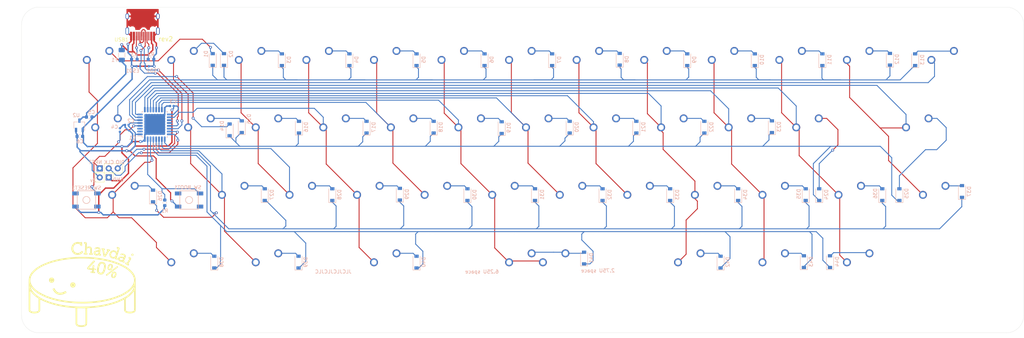
<source format=kicad_pcb>
(kicad_pcb (version 20171130) (host pcbnew "(5.1.4-0-10_14)")
  (layers (0 F.Cu signal) (31 B.Cu signal) (34 B.Paste user) (35 F.Paste user) (36 B.SilkS user) (37 F.SilkS user) (38 B.Mask user) (39 F.Mask user) (44 Edge.Cuts user))
  (net 0 "")
  (net 1 GND)
  (net 2 +3V3)
  (net 3 NRST)
  (net 4 "Net-(D1-Pad2)")
  (net 5 ROW0)
  (net 6 "Net-(D2-Pad2)")
  (net 7 "Net-(D3-Pad2)")
  (net 8 "Net-(D4-Pad2)")
  (net 9 "Net-(D5-Pad2)")
  (net 10 "Net-(D6-Pad2)")
  (net 11 "Net-(D7-Pad2)")
  (net 12 "Net-(D8-Pad2)")
  (net 13 "Net-(D9-Pad2)")
  (net 14 "Net-(D10-Pad2)")
  (net 15 "Net-(D11-Pad2)")
  (net 16 "Net-(D12-Pad2)")
  (net 17 "Net-(D13-Pad2)")
  (net 18 "Net-(D14-Pad2)")
  (net 19 ROW1)
  (net 20 "Net-(D15-Pad2)")
  (net 21 "Net-(D16-Pad2)")
  (net 22 "Net-(D17-Pad2)")
  (net 23 "Net-(D18-Pad2)")
  (net 24 "Net-(D19-Pad2)")
  (net 25 "Net-(D20-Pad2)")
  (net 26 "Net-(D21-Pad2)")
  (net 27 "Net-(D22-Pad2)")
  (net 28 "Net-(D23-Pad2)")
  (net 29 "Net-(D24-Pad2)")
  (net 30 "Net-(D25-Pad2)")
  (net 31 "Net-(D26-Pad2)")
  (net 32 ROW2)
  (net 33 "Net-(D27-Pad2)")
  (net 34 "Net-(D28-Pad2)")
  (net 35 "Net-(D29-Pad2)")
  (net 36 "Net-(D30-Pad2)")
  (net 37 "Net-(D31-Pad2)")
  (net 38 "Net-(D32-Pad2)")
  (net 39 "Net-(D33-Pad2)")
  (net 40 "Net-(D34-Pad2)")
  (net 41 "Net-(D35-Pad2)")
  (net 42 "Net-(D36-Pad2)")
  (net 43 "Net-(D37-Pad2)")
  (net 44 "Net-(D38-Pad2)")
  (net 45 ROW3)
  (net 46 "Net-(D39-Pad2)")
  (net 47 "Net-(D40-Pad2)")
  (net 48 "Net-(D41-Pad2)")
  (net 49 "Net-(D42-Pad2)")
  (net 50 "Net-(D43-Pad2)")
  (net 51 "Net-(D44-Pad2)")
  (net 52 D-)
  (net 53 D+)
  (net 54 SWCLK)
  (net 55 SWDIO)
  (net 56 COL0)
  (net 57 COL1)
  (net 58 COL2)
  (net 59 COL3)
  (net 60 COL4)
  (net 61 COL5)
  (net 62 COL6)
  (net 63 COL7)
  (net 64 COL8)
  (net 65 COL9)
  (net 66 COL10)
  (net 67 COL11)
  (net 68 COL12)
  (net 69 "Net-(R1-Pad1)")
  (net 70 "Net-(R2-Pad1)")
  (net 71 "Net-(R3-Pad1)")
  (net 72 "Net-(USB1-Pad3)")
  (net 73 "Net-(USB1-Pad9)")
  (net 74 "Net-(F1-Pad2)")
  (net 75 "Net-(C5-Pad1)")
  (net 76 "Net-(U1-Pad2)")
  (net 77 "Net-(U1-Pad3)")
  (net 78 "Net-(U1-Pad19)")
  (net 79 "Net-(U1-Pad20)")
  (module MX_Only:MXOnly-1.75U-NoLED (layer F.Cu) (at 36.60775 48.514)
    (fp_text reference MX14)
    (fp_text value MX-NoLED)
    (pad "" np_thru_hole circle (at 5.08 0 48.0996) (size 1.75 1.75) (drill 1.75) (layers *.Cu *.Mask))
    (pad "" np_thru_hole circle (at -5.08 0 48.0996) (size 1.75 1.75) (drill 1.75) (layers *.Cu *.Mask))
    (pad 1 thru_hole circle (at -3.81 -2.54) (size 2.25 2.25) (drill 1.47) (layers *.Cu B.Mask) (net 56 COL0))
    (pad "" np_thru_hole circle (at 0 0) (size 3.9878 3.9878) (drill 3.9878) (layers *.Cu *.Mask))
    (pad 2 thru_hole circle (at 2.54 -5.08) (size 2.25 2.25) (drill 1.47) (layers *.Cu B.Mask) (net 18 "Net-(D14-Pad2)"))
  )
  (module Package_QFP:LQFP-32_7x7mm_P0.8mm (layer B.Cu) (at 49.573 45.131)
    (fp_text reference U1 (at 0 5.88 180) (layer B.SilkS) (effects (justify mirror)))
    (fp_text value STM32F042K6T6)
    (pad 1 smd roundrect (at -4.175 2.8) (size 1.5 0.5) (layers B.Cu B.Paste B.Mask) (net 2 +3V3))
    (pad 2 smd roundrect (at -4.175 2) (size 1.5 0.5) (layers B.Cu B.Paste B.Mask) (net 76 "Net-(U1-Pad2)"))
    (pad 3 smd roundrect (at -4.175 1.2) (size 1.5 0.5) (layers B.Cu B.Paste B.Mask) (net 77 "Net-(U1-Pad3)"))
    (pad 4 smd roundrect (at -4.175 0.4) (size 1.5 0.5) (layers B.Cu B.Paste B.Mask) (net 3 NRST))
    (pad 5 smd roundrect (at -4.175 -0.4) (size 1.5 0.5) (layers B.Cu B.Paste B.Mask) (net 2 +3V3))
    (pad 6 smd roundrect (at -4.175 -1.2) (size 1.5 0.5) (layers B.Cu B.Paste B.Mask) (net 5 ROW0))
    (pad 7 smd roundrect (at -4.175 -2) (size 1.5 0.5) (layers B.Cu B.Paste B.Mask) (net 68 COL12))
    (pad 8 smd roundrect (at -4.175 -2.8) (size 1.5 0.5) (layers B.Cu B.Paste B.Mask) (net 67 COL11))
    (pad 9 smd roundrect (at -2.8 -4.175) (size 0.5 1.5) (layers B.Cu B.Paste B.Mask) (net 66 COL10))
    (pad 10 smd roundrect (at -2 -4.175) (size 0.5 1.5) (layers B.Cu B.Paste B.Mask) (net 65 COL9))
    (pad 11 smd roundrect (at -1.2 -4.175) (size 0.5 1.5) (layers B.Cu B.Paste B.Mask) (net 64 COL8))
    (pad 12 smd roundrect (at -0.4 -4.175) (size 0.5 1.5) (layers B.Cu B.Paste B.Mask) (net 63 COL7))
    (pad 13 smd roundrect (at 0.4 -4.175) (size 0.5 1.5) (layers B.Cu B.Paste B.Mask) (net 62 COL6))
    (pad 14 smd roundrect (at 1.2 -4.175) (size 0.5 1.5) (layers B.Cu B.Paste B.Mask) (net 61 COL5))
    (pad 15 smd roundrect (at 2 -4.175) (size 0.5 1.5) (layers B.Cu B.Paste B.Mask) (net 60 COL4))
    (pad 16 smd roundrect (at 2.8 -4.175) (size 0.5 1.5) (layers B.Cu B.Paste B.Mask) (net 1 GND))
    (pad 17 smd roundrect (at 4.175 -2.8) (size 1.5 0.5) (layers B.Cu B.Paste B.Mask) (net 2 +3V3))
    (pad 18 smd roundrect (at 4.175 -2) (size 1.5 0.5) (layers B.Cu B.Paste B.Mask) (net 59 COL3))
    (pad 19 smd roundrect (at 4.175 -1.2) (size 1.5 0.5) (layers B.Cu B.Paste B.Mask) (net 78 "Net-(U1-Pad19)"))
    (pad 20 smd roundrect (at 4.175 -0.4) (size 1.5 0.5) (layers B.Cu B.Paste B.Mask) (net 79 "Net-(U1-Pad20)"))
    (pad 21 smd roundrect (at 4.175 0.4) (size 1.5 0.5) (layers B.Cu B.Paste B.Mask) (net 52 D-))
    (pad 22 smd roundrect (at 4.175 1.2) (size 1.5 0.5) (layers B.Cu B.Paste B.Mask) (net 53 D+))
    (pad 23 smd roundrect (at 4.175 2) (size 1.5 0.5) (layers B.Cu B.Paste B.Mask) (net 55 SWDIO))
    (pad 24 smd roundrect (at 4.175 2.8) (size 1.5 0.5) (layers B.Cu B.Paste B.Mask) (net 54 SWCLK))
    (pad 25 smd roundrect (at 2.8 4.175) (size 0.5 1.5) (layers B.Cu B.Paste B.Mask) (net 19 ROW1))
    (pad 26 smd roundrect (at 2 4.175) (size 0.5 1.5) (layers B.Cu B.Paste B.Mask) (net 58 COL2))
    (pad 27 smd roundrect (at 1.2 4.175) (size 0.5 1.5) (layers B.Cu B.Paste B.Mask) (net 57 COL1))
    (pad 28 smd roundrect (at 0.4 4.175) (size 0.5 1.5) (layers B.Cu B.Paste B.Mask) (net 32 ROW2))
    (pad 29 smd roundrect (at -0.4 4.175) (size 0.5 1.5) (layers B.Cu B.Paste B.Mask) (net 45 ROW3))
    (pad 30 smd roundrect (at -1.2 4.175) (size 0.5 1.5) (layers B.Cu B.Paste B.Mask) (net 56 COL0))
    (pad 31 smd roundrect (at -2 4.175) (size 0.5 1.5) (layers B.Cu B.Paste B.Mask) (net 69 "Net-(R1-Pad1)"))
    (pad 32 smd roundrect (at -2.8 4.175) (size 0.5 1.5) (layers B.Cu B.Paste B.Mask) (net 1 GND))
  )
  (module Connector_PinHeader_2.54mm:PinHeader_1x03_P2.54mm_Vertical (layer F.Cu) (at 34.05 57.55 90)
    (fp_text reference J2 hide)
    (fp_text value Conn_01x03)
    (pad 3 thru_hole oval (at 0 5.08 90) (size 1.7 1.7) (drill 0.9) (layers *.Cu *.Mask) (net 55 SWDIO))
    (pad 2 thru_hole oval (at 0 2.54 90) (size 1.7 1.7) (drill 0.9) (layers *.Cu *.Mask) (net 54 SWCLK))
    (pad 1 thru_hole rect (at 0 0 90) (size 1.7 1.7) (drill 0.9) (layers *.Cu *.Mask) (net 3 NRST))
  )
  (module Connector_PinHeader_2.54mm:PinHeader_1x02_P2.54mm_Vertical (layer F.Cu) (at 36.6 60.1 270)
    (fp_text reference J1 hide)
    (fp_text value Conn_01x02)
    (pad 2 thru_hole oval (at 0 2.54 270) (size 1.7 1.7) (drill 0.9) (layers *.Cu *.Mask) (net 2 +3V3))
    (pad 1 thru_hole rect (at 0 0 270) (size 1.7 1.7) (drill 0.9) (layers *.Cu *.Mask) (net 1 GND))
  )
  (module Diode_SMD:D_SOD-123 (layer B.Cu) (at 239.965 83.882 90)
    (fp_text reference D44 (at 0 2 90) (layer B.SilkS) (effects (justify mirror)))
    (fp_text value SOD-123)
    (pad 2 smd rect (at 1.65 0 90) (size 0.9 1.2) (layers B.Cu B.Paste B.Mask) (net 51 "Net-(D44-Pad2)"))
    (pad 1 smd rect (at -1.65 0 90) (size 0.9 1.2) (layers B.Cu B.Paste B.Mask) (net 45 ROW3))
  )
  (module Diode_SMD:D_SOD-123 (layer B.Cu) (at 232.599 83.883 90)
    (fp_text reference D43 (at 0 2 90) (layer B.SilkS) (effects (justify mirror)))
    (fp_text value SOD-123)
    (pad 2 smd rect (at 1.65 0 90) (size 0.9 1.2) (layers B.Cu B.Paste B.Mask) (net 50 "Net-(D43-Pad2)"))
    (pad 1 smd rect (at -1.65 0 90) (size 0.9 1.2) (layers B.Cu B.Paste B.Mask) (net 45 ROW3))
  )
  (module Diode_SMD:D_SOD-123 (layer B.Cu) (at 209.104 84.01 90)
    (fp_text reference D42 (at 0 2 90) (layer B.SilkS) (effects (justify mirror)))
    (fp_text value SOD-123)
    (pad 2 smd rect (at 1.65 0 90) (size 0.9 1.2) (layers B.Cu B.Paste B.Mask) (net 49 "Net-(D42-Pad2)"))
    (pad 1 smd rect (at -1.65 0 90) (size 0.9 1.2) (layers B.Cu B.Paste B.Mask) (net 45 ROW3))
  )
  (module Diode_SMD:D_SOD-123 (layer B.Cu) (at 170.623 82.866 90)
    (fp_text reference D41 (at 0 2 90) (layer B.SilkS) (effects (justify mirror)))
    (fp_text value SOD-123)
    (pad 2 smd rect (at 1.65 0 90) (size 0.9 1.2) (layers B.Cu B.Paste B.Mask) (net 48 "Net-(D41-Pad2)"))
    (pad 1 smd rect (at -1.65 0 90) (size 0.9 1.2) (layers B.Cu B.Paste B.Mask) (net 45 ROW3))
  )
  (module Diode_SMD:D_SOD-123 (layer B.Cu) (at 123.379 84.01 90)
    (fp_text reference D40 (at 0 2 90) (layer B.SilkS) (effects (justify mirror)))
    (fp_text value SOD-123)
    (pad 2 smd rect (at 1.65 0 90) (size 0.9 1.2) (layers B.Cu B.Paste B.Mask) (net 47 "Net-(D40-Pad2)"))
    (pad 1 smd rect (at -1.65 0 90) (size 0.9 1.2) (layers B.Cu B.Paste B.Mask) (net 45 ROW3))
  )
  (module Diode_SMD:D_SOD-123 (layer B.Cu) (at 90.105 84.008 90)
    (fp_text reference D39 (at 0 2 90) (layer B.SilkS) (effects (justify mirror)))
    (fp_text value SOD-123)
    (pad 2 smd rect (at 1.65 0 90) (size 0.9 1.2) (layers B.Cu B.Paste B.Mask) (net 46 "Net-(D39-Pad2)"))
    (pad 1 smd rect (at -1.65 0 90) (size 0.9 1.2) (layers B.Cu B.Paste B.Mask) (net 45 ROW3))
  )
  (module Diode_SMD:D_SOD-123 (layer B.Cu) (at 66.356 84.01 90)
    (fp_text reference D38 (at 0 2 90) (layer B.SilkS) (effects (justify mirror)))
    (fp_text value SOD-123)
    (pad 2 smd rect (at 1.65 0 90) (size 0.9 1.2) (layers B.Cu B.Paste B.Mask) (net 44 "Net-(D38-Pad2)"))
    (pad 1 smd rect (at -1.65 0 90) (size 0.9 1.2) (layers B.Cu B.Paste B.Mask) (net 45 ROW3))
  )
  (module Diode_SMD:D_SOD-123 (layer B.Cu) (at 277.176 64.069 90)
    (fp_text reference D37 (at 0 2 90) (layer B.SilkS) (effects (justify mirror)))
    (fp_text value SOD-123)
    (pad 2 smd rect (at 1.65 0 90) (size 0.9 1.2) (layers B.Cu B.Paste B.Mask) (net 43 "Net-(D37-Pad2)"))
    (pad 1 smd rect (at -1.65 0 90) (size 0.9 1.2) (layers B.Cu B.Paste B.Mask) (net 32 ROW2))
  )
  (module Diode_SMD:D_SOD-123 (layer B.Cu) (at 254.697 64.959 90)
    (fp_text reference D36 (at 0.316 -1.967 90) (layer B.SilkS) (effects (justify mirror)))
    (fp_text value SOD-123)
    (pad 2 smd rect (at 1.65 0 90) (size 0.9 1.2) (layers B.Cu B.Paste B.Mask) (net 42 "Net-(D36-Pad2)"))
    (pad 1 smd rect (at -1.65 0 90) (size 0.9 1.2) (layers B.Cu B.Paste B.Mask) (net 32 ROW2))
  )
  (module Diode_SMD:D_SOD-123 (layer B.Cu) (at 233.107 64.96 90)
    (fp_text reference D35 (at 0.19 -1.967 90) (layer B.SilkS) (effects (justify mirror)))
    (fp_text value SOD-123)
    (pad 2 smd rect (at 1.65 0 90) (size 0.9 1.2) (layers B.Cu B.Paste B.Mask) (net 41 "Net-(D35-Pad2)"))
    (pad 1 smd rect (at -1.65 0 90) (size 0.9 1.2) (layers B.Cu B.Paste B.Mask) (net 32 ROW2))
  )
  (module Diode_SMD:D_SOD-123 (layer B.Cu) (at 214.057 64.959 90)
    (fp_text reference D34 (at 0 2 90) (layer B.SilkS) (effects (justify mirror)))
    (fp_text value SOD-123)
    (pad 2 smd rect (at 1.65 0 90) (size 0.9 1.2) (layers B.Cu B.Paste B.Mask) (net 40 "Net-(D34-Pad2)"))
    (pad 1 smd rect (at -1.65 0 90) (size 0.9 1.2) (layers B.Cu B.Paste B.Mask) (net 32 ROW2))
  )
  (module Diode_SMD:D_SOD-123 (layer B.Cu) (at 194.88 64.959 90)
    (fp_text reference D33 (at 0 2 90) (layer B.SilkS) (effects (justify mirror)))
    (fp_text value SOD-123)
    (pad 2 smd rect (at 1.65 0 90) (size 0.9 1.2) (layers B.Cu B.Paste B.Mask) (net 39 "Net-(D33-Pad2)"))
    (pad 1 smd rect (at -1.65 0 90) (size 0.9 1.2) (layers B.Cu B.Paste B.Mask) (net 32 ROW2))
  )
  (module Diode_SMD:D_SOD-123 (layer B.Cu) (at 175.83 64.96 90)
    (fp_text reference D32 (at 0 2 90) (layer B.SilkS) (effects (justify mirror)))
    (fp_text value SOD-123)
    (pad 2 smd rect (at 1.65 0 90) (size 0.9 1.2) (layers B.Cu B.Paste B.Mask) (net 38 "Net-(D32-Pad2)"))
    (pad 1 smd rect (at -1.65 0 90) (size 0.9 1.2) (layers B.Cu B.Paste B.Mask) (net 32 ROW2))
  )
  (module Diode_SMD:D_SOD-123 (layer B.Cu) (at 156.78 64.959 90)
    (fp_text reference D31 (at 0 2 90) (layer B.SilkS) (effects (justify mirror)))
    (fp_text value SOD-123)
    (pad 2 smd rect (at 1.65 0 90) (size 0.9 1.2) (layers B.Cu B.Paste B.Mask) (net 37 "Net-(D31-Pad2)"))
    (pad 1 smd rect (at -1.65 0 90) (size 0.9 1.2) (layers B.Cu B.Paste B.Mask) (net 32 ROW2))
  )
  (module Diode_SMD:D_SOD-123 (layer B.Cu) (at 137.73 64.96 90)
    (fp_text reference D30 (at 0 2 90) (layer B.SilkS) (effects (justify mirror)))
    (fp_text value SOD-123)
    (pad 2 smd rect (at 1.65 0 90) (size 0.9 1.2) (layers B.Cu B.Paste B.Mask) (net 36 "Net-(D30-Pad2)"))
    (pad 1 smd rect (at -1.65 0 90) (size 0.9 1.2) (layers B.Cu B.Paste B.Mask) (net 32 ROW2))
  )
  (module Diode_SMD:D_SOD-123 (layer B.Cu) (at 118.68 64.833 90)
    (fp_text reference D29 (at 0 2 90) (layer B.SilkS) (effects (justify mirror)))
    (fp_text value SOD-123)
    (pad 2 smd rect (at 1.65 0 90) (size 0.9 1.2) (layers B.Cu B.Paste B.Mask) (net 35 "Net-(D29-Pad2)"))
    (pad 1 smd rect (at -1.65 0 90) (size 0.9 1.2) (layers B.Cu B.Paste B.Mask) (net 32 ROW2))
  )
  (module Diode_SMD:D_SOD-123 (layer B.Cu) (at 99.63 64.96 90)
    (fp_text reference D28 (at 0 2 90) (layer B.SilkS) (effects (justify mirror)))
    (fp_text value SOD-123)
    (pad 2 smd rect (at 1.65 0 90) (size 0.9 1.2) (layers B.Cu B.Paste B.Mask) (net 34 "Net-(D28-Pad2)"))
    (pad 1 smd rect (at -1.65 0 90) (size 0.9 1.2) (layers B.Cu B.Paste B.Mask) (net 32 ROW2))
  )
  (module Diode_SMD:D_SOD-123 (layer B.Cu) (at 80.58 64.96 90)
    (fp_text reference D27 (at 0 2 90) (layer B.SilkS) (effects (justify mirror)))
    (fp_text value SOD-123)
    (pad 2 smd rect (at 1.65 0 90) (size 0.9 1.2) (layers B.Cu B.Paste B.Mask) (net 33 "Net-(D27-Pad2)"))
    (pad 1 smd rect (at -1.65 0 90) (size 0.9 1.2) (layers B.Cu B.Paste B.Mask) (net 32 ROW2))
  )
  (module Diode_SMD:D_SOD-123 (layer B.Cu) (at 49.084 65.341 90)
    (fp_text reference D26 (at 0 2 90) (layer B.SilkS) (effects (justify mirror)))
    (fp_text value SOD-123)
    (pad 2 smd rect (at 1.65 0 90) (size 0.9 1.2) (layers B.Cu B.Paste B.Mask) (net 31 "Net-(D26-Pad2)"))
    (pad 1 smd rect (at -1.65 0 90) (size 0.9 1.2) (layers B.Cu B.Paste B.Mask) (net 32 ROW2))
  )
  (module Diode_SMD:D_SOD-123 (layer B.Cu) (at 259.523 64.959 90)
    (fp_text reference D25 (at 0.316 2 90) (layer B.SilkS) (effects (justify mirror)))
    (fp_text value SOD-123)
    (pad 2 smd rect (at 1.65 0 90) (size 0.9 1.2) (layers B.Cu B.Paste B.Mask) (net 30 "Net-(D25-Pad2)"))
    (pad 1 smd rect (at -1.65 0 90) (size 0.9 1.2) (layers B.Cu B.Paste B.Mask) (net 19 ROW1))
  )
  (module Diode_SMD:D_SOD-123 (layer B.Cu) (at 236.917 64.96 90)
    (fp_text reference D24 (at 0 2 90) (layer B.SilkS) (effects (justify mirror)))
    (fp_text value SOD-123)
    (pad 2 smd rect (at 1.65 0 90) (size 0.9 1.2) (layers B.Cu B.Paste B.Mask) (net 29 "Net-(D24-Pad2)"))
    (pad 1 smd rect (at -1.65 0 90) (size 0.9 1.2) (layers B.Cu B.Paste B.Mask) (net 19 ROW1))
  )
  (module Diode_SMD:D_SOD-123 (layer B.Cu) (at 223.582 45.783 90)
    (fp_text reference D23 (at 0 2 90) (layer B.SilkS) (effects (justify mirror)))
    (fp_text value SOD-123)
    (pad 2 smd rect (at 1.65 0 90) (size 0.9 1.2) (layers B.Cu B.Paste B.Mask) (net 28 "Net-(D23-Pad2)"))
    (pad 1 smd rect (at -1.65 0 90) (size 0.9 1.2) (layers B.Cu B.Paste B.Mask) (net 19 ROW1))
  )
  (module Diode_SMD:D_SOD-123 (layer B.Cu) (at 204.532 45.91 90)
    (fp_text reference D22 (at 0 2 90) (layer B.SilkS) (effects (justify mirror)))
    (fp_text value SOD-123)
    (pad 2 smd rect (at 1.65 0 90) (size 0.9 1.2) (layers B.Cu B.Paste B.Mask) (net 27 "Net-(D22-Pad2)"))
    (pad 1 smd rect (at -1.65 0 90) (size 0.9 1.2) (layers B.Cu B.Paste B.Mask) (net 19 ROW1))
  )
  (module Diode_SMD:D_SOD-123 (layer B.Cu) (at 185.355 45.91 90)
    (fp_text reference D21 (at 0 2 90) (layer B.SilkS) (effects (justify mirror)))
    (fp_text value SOD-123)
    (pad 2 smd rect (at 1.65 0 90) (size 0.9 1.2) (layers B.Cu B.Paste B.Mask) (net 26 "Net-(D21-Pad2)"))
    (pad 1 smd rect (at -1.65 0 90) (size 0.9 1.2) (layers B.Cu B.Paste B.Mask) (net 19 ROW1))
  )
  (module Diode_SMD:D_SOD-123 (layer B.Cu) (at 166.559 45.909 90)
    (fp_text reference D20 (at 0 2 90) (layer B.SilkS) (effects (justify mirror)))
    (fp_text value SOD-123)
    (pad 2 smd rect (at 1.65 0 90) (size 0.9 1.2) (layers B.Cu B.Paste B.Mask) (net 25 "Net-(D20-Pad2)"))
    (pad 1 smd rect (at -1.65 0 90) (size 0.9 1.2) (layers B.Cu B.Paste B.Mask) (net 19 ROW1))
  )
  (module Diode_SMD:D_SOD-123 (layer B.Cu) (at 147.382 46.037 90)
    (fp_text reference D19 (at 0 2 90) (layer B.SilkS) (effects (justify mirror)))
    (fp_text value SOD-123)
    (pad 2 smd rect (at 1.65 0 90) (size 0.9 1.2) (layers B.Cu B.Paste B.Mask) (net 24 "Net-(D19-Pad2)"))
    (pad 1 smd rect (at -1.65 0 90) (size 0.9 1.2) (layers B.Cu B.Paste B.Mask) (net 19 ROW1))
  )
  (module Diode_SMD:D_SOD-123 (layer B.Cu) (at 128.205 45.91 90)
    (fp_text reference D18 (at 0 2 90) (layer B.SilkS) (effects (justify mirror)))
    (fp_text value SOD-123)
    (pad 2 smd rect (at 1.65 0 90) (size 0.9 1.2) (layers B.Cu B.Paste B.Mask) (net 23 "Net-(D18-Pad2)"))
    (pad 1 smd rect (at -1.65 0 90) (size 0.9 1.2) (layers B.Cu B.Paste B.Mask) (net 19 ROW1))
  )
  (module Diode_SMD:D_SOD-123 (layer B.Cu) (at 109.282 45.91 90)
    (fp_text reference D17 (at 0 2 90) (layer B.SilkS) (effects (justify mirror)))
    (fp_text value SOD-123)
    (pad 2 smd rect (at 1.65 0 90) (size 0.9 1.2) (layers B.Cu B.Paste B.Mask) (net 22 "Net-(D17-Pad2)"))
    (pad 1 smd rect (at -1.65 0 90) (size 0.9 1.2) (layers B.Cu B.Paste B.Mask) (net 19 ROW1))
  )
  (module Diode_SMD:D_SOD-123 (layer B.Cu) (at 90.232 45.91 90)
    (fp_text reference D16 (at 0 2 90) (layer B.SilkS) (effects (justify mirror)))
    (fp_text value SOD-123)
    (pad 2 smd rect (at 1.65 0 90) (size 0.9 1.2) (layers B.Cu B.Paste B.Mask) (net 21 "Net-(D16-Pad2)"))
    (pad 1 smd rect (at -1.65 0 90) (size 0.9 1.2) (layers B.Cu B.Paste B.Mask) (net 19 ROW1))
  )
  (module Diode_SMD:D_SOD-123 (layer B.Cu) (at 74.103 45.782 90)
    (fp_text reference D15 (at 2.159 2.032 90) (layer B.SilkS) (effects (justify mirror)))
    (fp_text value SOD-123)
    (pad 2 smd rect (at 1.65 0 90) (size 0.9 1.2) (layers B.Cu B.Paste B.Mask) (net 20 "Net-(D15-Pad2)"))
    (pad 1 smd rect (at -1.65 0 90) (size 0.9 1.2) (layers B.Cu B.Paste B.Mask) (net 19 ROW1))
  )
  (module Diode_SMD:D_SOD-123 (layer B.Cu) (at 70.674 46.67 90)
    (fp_text reference D14 (at 1.142 -2.159 90) (layer B.SilkS) (effects (justify mirror)))
    (fp_text value SOD-123)
    (pad 2 smd rect (at 1.65 0 90) (size 0.9 1.2) (layers B.Cu B.Paste B.Mask) (net 18 "Net-(D14-Pad2)"))
    (pad 1 smd rect (at -1.65 0 90) (size 0.9 1.2) (layers B.Cu B.Paste B.Mask) (net 19 ROW1))
  )
  (module Diode_SMD:D_SOD-123 (layer B.Cu) (at 263.968 26.86 90)
    (fp_text reference D13 (at 0 2 90) (layer B.SilkS) (effects (justify mirror)))
    (fp_text value SOD-123)
    (pad 2 smd rect (at 1.65 0 90) (size 0.9 1.2) (layers B.Cu B.Paste B.Mask) (net 17 "Net-(D13-Pad2)"))
    (pad 1 smd rect (at -1.65 0 90) (size 0.9 1.2) (layers B.Cu B.Paste B.Mask) (net 5 ROW0))
  )
  (module Diode_SMD:D_SOD-123 (layer B.Cu) (at 256.856 26.733 90)
    (fp_text reference D12 (at 0 2 90) (layer B.SilkS) (effects (justify mirror)))
    (fp_text value SOD-123)
    (pad 2 smd rect (at 1.65 0 90) (size 0.9 1.2) (layers B.Cu B.Paste B.Mask) (net 16 "Net-(D12-Pad2)"))
    (pad 1 smd rect (at -1.65 0 90) (size 0.9 1.2) (layers B.Cu B.Paste B.Mask) (net 5 ROW0))
  )
  (module Diode_SMD:D_SOD-123 (layer B.Cu) (at 237.806 26.858 90)
    (fp_text reference D11 (at 0 2 90) (layer B.SilkS) (effects (justify mirror)))
    (fp_text value SOD-123)
    (pad 2 smd rect (at 1.65 0 90) (size 0.9 1.2) (layers B.Cu B.Paste B.Mask) (net 15 "Net-(D11-Pad2)"))
    (pad 1 smd rect (at -1.65 0 90) (size 0.9 1.2) (layers B.Cu B.Paste B.Mask) (net 5 ROW0))
  )
  (module Diode_SMD:D_SOD-123 (layer B.Cu) (at 218.756 26.86 90)
    (fp_text reference D10 (at 0 2 90) (layer B.SilkS) (effects (justify mirror)))
    (fp_text value SOD-123)
    (pad 2 smd rect (at 1.65 0 90) (size 0.9 1.2) (layers B.Cu B.Paste B.Mask) (net 14 "Net-(D10-Pad2)"))
    (pad 1 smd rect (at -1.65 0 90) (size 0.9 1.2) (layers B.Cu B.Paste B.Mask) (net 5 ROW0))
  )
  (module Diode_SMD:D_SOD-123 (layer B.Cu) (at 199.706 26.859 90)
    (fp_text reference D9 (at 0 2 90) (layer B.SilkS) (effects (justify mirror)))
    (fp_text value SOD-123)
    (pad 2 smd rect (at 1.65 0 90) (size 0.9 1.2) (layers B.Cu B.Paste B.Mask) (net 13 "Net-(D9-Pad2)"))
    (pad 1 smd rect (at -1.65 0 90) (size 0.9 1.2) (layers B.Cu B.Paste B.Mask) (net 5 ROW0))
  )
  (module Diode_SMD:D_SOD-123 (layer B.Cu) (at 180.656 26.733 90)
    (fp_text reference D8 (at 0 2 90) (layer B.SilkS) (effects (justify mirror)))
    (fp_text value SOD-123)
    (pad 2 smd rect (at 1.65 0 90) (size 0.9 1.2) (layers B.Cu B.Paste B.Mask) (net 12 "Net-(D8-Pad2)"))
    (pad 1 smd rect (at -1.65 0 90) (size 0.9 1.2) (layers B.Cu B.Paste B.Mask) (net 5 ROW0))
  )
  (module Diode_SMD:D_SOD-123 (layer B.Cu) (at 161.606 26.86 90)
    (fp_text reference D7 (at 0 2 90) (layer B.SilkS) (effects (justify mirror)))
    (fp_text value SOD-123)
    (pad 2 smd rect (at 1.65 0 90) (size 0.9 1.2) (layers B.Cu B.Paste B.Mask) (net 11 "Net-(D7-Pad2)"))
    (pad 1 smd rect (at -1.65 0 90) (size 0.9 1.2) (layers B.Cu B.Paste B.Mask) (net 5 ROW0))
  )
  (module Diode_SMD:D_SOD-123 (layer B.Cu) (at 142.556 26.86 90)
    (fp_text reference D6 (at 0 2 90) (layer B.SilkS) (effects (justify mirror)))
    (fp_text value SOD-123)
    (pad 2 smd rect (at 1.65 0 90) (size 0.9 1.2) (layers B.Cu B.Paste B.Mask) (net 10 "Net-(D6-Pad2)"))
    (pad 1 smd rect (at -1.65 0 90) (size 0.9 1.2) (layers B.Cu B.Paste B.Mask) (net 5 ROW0))
  )
  (module Diode_SMD:D_SOD-123 (layer B.Cu) (at 123.379 26.86 90)
    (fp_text reference D5 (at 0 2 90) (layer B.SilkS) (effects (justify mirror)))
    (fp_text value SOD-123)
    (pad 2 smd rect (at 1.65 0 90) (size 0.9 1.2) (layers B.Cu B.Paste B.Mask) (net 9 "Net-(D5-Pad2)"))
    (pad 1 smd rect (at -1.65 0 90) (size 0.9 1.2) (layers B.Cu B.Paste B.Mask) (net 5 ROW0))
  )
  (module Diode_SMD:D_SOD-123 (layer B.Cu) (at 104.456 26.86 90)
    (fp_text reference D4 (at 0 2 90) (layer B.SilkS) (effects (justify mirror)))
    (fp_text value SOD-123)
    (pad 2 smd rect (at 1.65 0 90) (size 0.9 1.2) (layers B.Cu B.Paste B.Mask) (net 8 "Net-(D4-Pad2)"))
    (pad 1 smd rect (at -1.65 0 90) (size 0.9 1.2) (layers B.Cu B.Paste B.Mask) (net 5 ROW0))
  )
  (module Diode_SMD:D_SOD-123 (layer B.Cu) (at 85.406 26.86 90)
    (fp_text reference D3 (at 0 2 90) (layer B.SilkS) (effects (justify mirror)))
    (fp_text value SOD-123)
    (pad 2 smd rect (at 1.65 0 90) (size 0.9 1.2) (layers B.Cu B.Paste B.Mask) (net 7 "Net-(D3-Pad2)"))
    (pad 1 smd rect (at -1.65 0 90) (size 0.9 1.2) (layers B.Cu B.Paste B.Mask) (net 5 ROW0))
  )
  (module Diode_SMD:D_SOD-123 (layer B.Cu) (at 69.088 26.797 90)
    (fp_text reference D2 (at 1.524 2 90) (layer B.SilkS) (effects (justify mirror)))
    (fp_text value SOD-123)
    (pad 2 smd rect (at 1.65 0 90) (size 0.9 1.2) (layers B.Cu B.Paste B.Mask) (net 6 "Net-(D2-Pad2)"))
    (pad 1 smd rect (at -1.65 0 90) (size 0.9 1.2) (layers B.Cu B.Paste B.Mask) (net 5 ROW0))
  )
  (module Diode_SMD:D_SOD-123 (layer B.Cu) (at 65.913 26.798 90)
    (fp_text reference D1 (at 1.525 -1.905 90) (layer B.SilkS) (effects (justify mirror)))
    (fp_text value SOD-123)
    (pad 2 smd rect (at 1.65 0 90) (size 0.9 1.2) (layers B.Cu B.Paste B.Mask) (net 4 "Net-(D1-Pad2)"))
    (pad 1 smd rect (at -1.65 0 90) (size 0.9 1.2) (layers B.Cu B.Paste B.Mask) (net 5 ROW0))
  )
  (module Type-C:logo2-small (layer F.Cu) (at 29.2 90.8)
    (fp_text reference logo1 hide)
    (fp_text value Chavdai40% hide)
  )
  (module Capacitor_SMD:C_0402_1005Metric (layer B.Cu) (at 39.751 46.7105 270)
    (fp_text reference C4 (at -0.8635 1.524 180) (layer B.SilkS) (effects (justify mirror)))
    (fp_text value 100nF)
    (pad 2 smd roundrect (at 0.485 0 270) (size 0.59 0.64) (layers B.Cu B.Paste B.Mask) (net 3 NRST))
    (pad 1 smd roundrect (at -0.485 0 270) (size 0.59 0.64) (layers B.Cu B.Paste B.Mask) (net 1 GND))
  )
  (module Capacitor_SMD:C_0402_1005Metric (layer B.Cu) (at 54.395 39.94 180)
    (fp_text reference C3 (at -0.358 1.27) (layer B.SilkS) (effects (justify mirror)))
    (fp_text value 100nF)
    (pad 2 smd roundrect (at 0.485 0 180) (size 0.59 0.64) (layers B.Cu B.Paste B.Mask) (net 1 GND))
    (pad 1 smd roundrect (at -0.485 0 180) (size 0.59 0.64) (layers B.Cu B.Paste B.Mask) (net 2 +3V3))
  )
  (module Capacitor_SMD:C_0402_1005Metric (layer B.Cu) (at 41.695 45.274 180)
    (fp_text reference C2 (at -1.143 1.143) (layer B.SilkS) (effects (justify mirror)))
    (fp_text value 100nF)
    (pad 2 smd roundrect (at 0.485 0 180) (size 0.59 0.64) (layers B.Cu B.Paste B.Mask) (net 1 GND))
    (pad 1 smd roundrect (at -0.485 0 180) (size 0.59 0.64) (layers B.Cu B.Paste B.Mask) (net 2 +3V3))
  )
  (module Capacitor_SMD:C_0402_1005Metric (layer B.Cu) (at 43.6 50.038 180)
    (fp_text reference C1 (at 0.3555 1.143) (layer B.SilkS) (effects (justify mirror)))
    (fp_text value 100nF)
    (pad 2 smd roundrect (at 0.485 0 180) (size 0.59 0.64) (layers B.Cu B.Paste B.Mask) (net 1 GND))
    (pad 1 smd roundrect (at -0.485 0 180) (size 0.59 0.64) (layers B.Cu B.Paste B.Mask) (net 2 +3V3))
  )
  (module Capacitor_SMD:C_0603_1608Metric (layer B.Cu) (at 28.448 48.514)
    (fp_text reference C6 (at 0 1.43) (layer B.SilkS) (effects (justify mirror)))
    (fp_text value 1uF)
    (pad 2 smd roundrect (at 0.7875 0) (size 0.875 0.95) (layers B.Cu B.Paste B.Mask) (net 1 GND))
    (pad 1 smd roundrect (at -0.7875 0) (size 0.875 0.95) (layers B.Cu B.Paste B.Mask) (net 2 +3V3))
  )
  (module Capacitor_SMD:C_0603_1608Metric (layer B.Cu) (at 31.0895 43.053)
    (fp_text reference C5 (at 0.635 -1.397) (layer B.SilkS) (effects (justify mirror)))
    (fp_text value 1uF)
    (pad 2 smd roundrect (at 0.7875 0) (size 0.875 0.95) (layers B.Cu B.Paste B.Mask) (net 1 GND))
    (pad 1 smd roundrect (at -0.7875 0) (size 0.875 0.95) (layers B.Cu B.Paste B.Mask) (net 75 "Net-(C5-Pad1)"))
  )
  (module MX_Only:MXOnly-1U-NoLED (layer F.Cu) (at 91.3765 67.564)
    (fp_text reference MX28)
    (fp_text value MX-NoLED)
    (pad "" np_thru_hole circle (at 5.08 0 48.0996) (size 1.75 1.75) (drill 1.75) (layers *.Cu *.Mask))
    (pad "" np_thru_hole circle (at -5.08 0 48.0996) (size 1.75 1.75) (drill 1.75) (layers *.Cu *.Mask))
    (pad 1 thru_hole circle (at -3.81 -2.54) (size 2.25 2.25) (drill 1.47) (layers *.Cu B.Mask) (net 58 COL2))
    (pad "" np_thru_hole circle (at 0 0) (size 3.9878 3.9878) (drill 3.9878) (layers *.Cu *.Mask))
    (pad 2 thru_hole circle (at 2.54 -5.08) (size 2.25 2.25) (drill 1.47) (layers *.Cu B.Mask) (net 34 "Net-(D28-Pad2)"))
  )
  (module MX_Only:MXOnly-6.25U-ReversedStabilizers-NoLED (layer F.Cu) (at 153.289 86.614)
    (fp_text reference MX42)
    (fp_text value MX-NoLED)
    (pad 2 thru_hole circle (at 2.54 -5.08) (size 2.25 2.25) (drill 1.47) (layers *.Cu B.Mask) (net 48 "Net-(D41-Pad2)"))
    (pad "" np_thru_hole circle (at 0 0) (size 3.9878 3.9878) (drill 3.9878) (layers *.Cu *.Mask))
    (pad 1 thru_hole circle (at -3.81 -2.54) (size 2.25 2.25) (drill 1.47) (layers *.Cu B.Mask) (net 61 COL5))
    (pad "" np_thru_hole circle (at -5.08 0 48.0996) (size 1.75 1.75) (drill 1.75) (layers *.Cu *.Mask))
    (pad "" np_thru_hole circle (at 5.08 0 48.0996) (size 1.75 1.75) (drill 1.75) (layers *.Cu *.Mask))
    (pad "" np_thru_hole circle (at -49.9999 6.985) (size 3.048 3.048) (drill 3.048) (layers *.Cu *.Mask))
    (pad "" np_thru_hole circle (at 49.9999 6.985) (size 3.048 3.048) (drill 3.048) (layers *.Cu *.Mask))
    (pad "" np_thru_hole circle (at -49.9999 -8.255) (size 3.9878 3.9878) (drill 3.9878) (layers *.Cu *.Mask))
    (pad "" np_thru_hole circle (at 49.9999 -8.255) (size 3.9878 3.9878) (drill 3.9878) (layers *.Cu *.Mask))
  )
  (module MX_Only:MXOnly-2.75U-ReversedStabilizers-NoLED (layer F.Cu) (at 162.814 86.614)
    (fp_text reference MX41)
    (fp_text value MX-NoLED)
    (pad 2 thru_hole circle (at 2.54 -5.08) (size 2.25 2.25) (drill 1.47) (layers *.Cu B.Mask) (net 48 "Net-(D41-Pad2)"))
    (pad "" np_thru_hole circle (at 0 0) (size 3.9878 3.9878) (drill 3.9878) (layers *.Cu *.Mask))
    (pad 1 thru_hole circle (at -3.81 -2.54) (size 2.25 2.25) (drill 1.47) (layers *.Cu B.Mask) (net 61 COL5))
    (pad "" np_thru_hole circle (at -5.08 0 48.0996) (size 1.75 1.75) (drill 1.75) (layers *.Cu *.Mask))
    (pad "" np_thru_hole circle (at 5.08 0 48.0996) (size 1.75 1.75) (drill 1.75) (layers *.Cu *.Mask))
    (pad "" np_thru_hole circle (at -11.90625 6.985) (size 3.048 3.048) (drill 3.048) (layers *.Cu *.Mask))
    (pad "" np_thru_hole circle (at 11.90625 6.985) (size 3.048 3.048) (drill 3.048) (layers *.Cu *.Mask))
    (pad "" np_thru_hole circle (at -11.90625 -8.255) (size 3.9878 3.9878) (drill 3.9878) (layers *.Cu *.Mask))
    (pad "" np_thru_hole circle (at 11.90625 -8.255) (size 3.9878 3.9878) (drill 3.9878) (layers *.Cu *.Mask))
  )
  (module MX_Only:MXOnly-2.25U-ReversedStabilizers-NoLED (layer F.Cu) (at 115.189 86.614)
    (fp_text reference MX40)
    (fp_text value MX-NoLED)
    (pad 2 thru_hole circle (at 2.54 -5.08) (size 2.25 2.25) (drill 1.47) (layers *.Cu B.Mask) (net 47 "Net-(D40-Pad2)"))
    (pad "" np_thru_hole circle (at 0 0) (size 3.9878 3.9878) (drill 3.9878) (layers *.Cu *.Mask))
    (pad 1 thru_hole circle (at -3.81 -2.54) (size 2.25 2.25) (drill 1.47) (layers *.Cu B.Mask) (net 59 COL3))
    (pad "" np_thru_hole circle (at -5.08 0 48.0996) (size 1.75 1.75) (drill 1.75) (layers *.Cu *.Mask))
    (pad "" np_thru_hole circle (at 5.08 0 48.0996) (size 1.75 1.75) (drill 1.75) (layers *.Cu *.Mask))
    (pad "" np_thru_hole circle (at -11.90625 6.985) (size 3.048 3.048) (drill 3.048) (layers *.Cu *.Mask))
    (pad "" np_thru_hole circle (at 11.90625 6.985) (size 3.048 3.048) (drill 3.048) (layers *.Cu *.Mask))
    (pad "" np_thru_hole circle (at -11.90625 -8.255) (size 3.9878 3.9878) (drill 3.9878) (layers *.Cu *.Mask))
    (pad "" np_thru_hole circle (at 11.90625 -8.255) (size 3.9878 3.9878) (drill 3.9878) (layers *.Cu *.Mask))
  )
  (module MX_Only:MXOnly-2.25U-ReversedStabilizers-NoLED (layer F.Cu) (at 41.37025 67.564)
    (fp_text reference MX26)
    (fp_text value MX-NoLED)
    (pad 2 thru_hole circle (at 2.54 -5.08) (size 2.25 2.25) (drill 1.47) (layers *.Cu B.Mask) (net 31 "Net-(D26-Pad2)"))
    (pad "" np_thru_hole circle (at 0 0) (size 3.9878 3.9878) (drill 3.9878) (layers *.Cu *.Mask))
    (pad 1 thru_hole circle (at -3.81 -2.54) (size 2.25 2.25) (drill 1.47) (layers *.Cu B.Mask) (net 56 COL0))
    (pad "" np_thru_hole circle (at -5.08 0 48.0996) (size 1.75 1.75) (drill 1.75) (layers *.Cu *.Mask))
    (pad "" np_thru_hole circle (at 5.08 0 48.0996) (size 1.75 1.75) (drill 1.75) (layers *.Cu *.Mask))
    (pad "" np_thru_hole circle (at -11.90625 6.985) (size 3.048 3.048) (drill 3.048) (layers *.Cu *.Mask))
    (pad "" np_thru_hole circle (at 11.90625 6.985) (size 3.048 3.048) (drill 3.048) (layers *.Cu *.Mask))
    (pad "" np_thru_hole circle (at -11.90625 -8.255) (size 3.9878 3.9878) (drill 3.9878) (layers *.Cu *.Mask))
    (pad "" np_thru_hole circle (at 11.90625 -8.255) (size 3.9878 3.9878) (drill 3.9878) (layers *.Cu *.Mask))
  )
  (module random-keyboard-parts:SKQGADE010 (layer B.Cu) (at 30.301 66.476 180)
    (fp_text reference SW_RESET1 (at 0.013 3.422 180) (layer B.SilkS) (effects (justify mirror)))
    (fp_text value TS-1187A-B-A-B)
    (pad 1 smd rect (at 3.1 -1.85 180) (size 1.8 1.1) (layers B.Cu B.Paste B.Mask) (net 1 GND))
    (pad 2 smd rect (at -3.1 1.85 180) (size 1.8 1.1) (layers B.Cu B.Paste B.Mask) (net 3 NRST))
    (pad 3 smd rect (at 3.1 1.85 180) (size 1.8 1.1) (layers B.Cu B.Paste B.Mask))
    (pad 4 smd rect (at -3.1 -1.85 180) (size 1.8 1.1) (layers B.Cu B.Paste B.Mask))
  )
  (module MX_Only:MXOnly-1.5U-NoLED (layer F.Cu) (at 34.2265 29.464)
    (fp_text reference MX1)
    (fp_text value MX-NoLED)
    (pad "" np_thru_hole circle (at 5.08 0 48.0996) (size 1.75 1.75) (drill 1.75) (layers *.Cu *.Mask))
    (pad "" np_thru_hole circle (at -5.08 0 48.0996) (size 1.75 1.75) (drill 1.75) (layers *.Cu *.Mask))
    (pad 1 thru_hole circle (at -3.81 -2.54) (size 2.25 2.25) (drill 1.47) (layers *.Cu B.Mask) (net 56 COL0))
    (pad "" np_thru_hole circle (at 0 0) (size 3.9878 3.9878) (drill 3.9878) (layers *.Cu *.Mask))
    (pad 2 thru_hole circle (at 2.54 -5.08) (size 2.25 2.25) (drill 1.47) (layers *.Cu B.Mask) (net 4 "Net-(D1-Pad2)"))
  )
  (module MX_Only:MXOnly-1U-NoLED (layer F.Cu) (at 62.8015 48.514)
    (fp_text reference MX15)
    (fp_text value MX-NoLED)
    (pad "" np_thru_hole circle (at 5.08 0 48.0996) (size 1.75 1.75) (drill 1.75) (layers *.Cu *.Mask))
    (pad "" np_thru_hole circle (at -5.08 0 48.0996) (size 1.75 1.75) (drill 1.75) (layers *.Cu *.Mask))
    (pad 1 thru_hole circle (at -3.81 -2.54) (size 2.25 2.25) (drill 1.47) (layers *.Cu B.Mask) (net 57 COL1))
    (pad "" np_thru_hole circle (at 0 0) (size 3.9878 3.9878) (drill 3.9878) (layers *.Cu *.Mask))
    (pad 2 thru_hole circle (at 2.54 -5.08) (size 2.25 2.25) (drill 1.47) (layers *.Cu B.Mask) (net 20 "Net-(D15-Pad2)"))
  )
  (module MX_Only:MXOnly-2.25U-NoLED (layer F.Cu) (at 265.20775 48.514)
    (fp_text reference MX25)
    (fp_text value MX-NoLED)
    (pad "" np_thru_hole circle (at 11.90625 8.255) (size 3.9878 3.9878) (drill 3.9878) (layers *.Cu *.Mask))
    (pad "" np_thru_hole circle (at -11.90625 8.255) (size 3.9878 3.9878) (drill 3.9878) (layers *.Cu *.Mask))
    (pad "" np_thru_hole circle (at 11.90625 -6.985) (size 3.048 3.048) (drill 3.048) (layers *.Cu *.Mask))
    (pad "" np_thru_hole circle (at -11.90625 -6.985) (size 3.048 3.048) (drill 3.048) (layers *.Cu *.Mask))
    (pad "" np_thru_hole circle (at 5.08 0 48.0996) (size 1.75 1.75) (drill 1.75) (layers *.Cu *.Mask))
    (pad "" np_thru_hole circle (at -5.08 0 48.0996) (size 1.75 1.75) (drill 1.75) (layers *.Cu *.Mask))
    (pad 1 thru_hole circle (at -3.81 -2.54) (size 2.25 2.25) (drill 1.47) (layers *.Cu B.Mask) (net 67 COL11))
    (pad "" np_thru_hole circle (at 0 0) (size 3.9878 3.9878) (drill 3.9878) (layers *.Cu *.Mask))
    (pad 2 thru_hole circle (at 2.54 -5.08) (size 2.25 2.25) (drill 1.47) (layers *.Cu B.Mask) (net 30 "Net-(D25-Pad2)"))
  )
  (module MX_Only:MXOnly-1U-NoLED (layer F.Cu) (at 119.9515 48.514)
    (fp_text reference MX18)
    (fp_text value MX-NoLED)
    (pad "" np_thru_hole circle (at 5.08 0 48.0996) (size 1.75 1.75) (drill 1.75) (layers *.Cu *.Mask))
    (pad "" np_thru_hole circle (at -5.08 0 48.0996) (size 1.75 1.75) (drill 1.75) (layers *.Cu *.Mask))
    (pad 1 thru_hole circle (at -3.81 -2.54) (size 2.25 2.25) (drill 1.47) (layers *.Cu B.Mask) (net 60 COL4))
    (pad "" np_thru_hole circle (at 0 0) (size 3.9878 3.9878) (drill 3.9878) (layers *.Cu *.Mask))
    (pad 2 thru_hole circle (at 2.54 -5.08) (size 2.25 2.25) (drill 1.47) (layers *.Cu B.Mask) (net 23 "Net-(D18-Pad2)"))
  )
  (module MX_Only:MXOnly-1U-NoLED (layer F.Cu) (at 96.139 29.464)
    (fp_text reference MX4)
    (fp_text value MX-NoLED)
    (pad "" np_thru_hole circle (at 5.08 0 48.0996) (size 1.75 1.75) (drill 1.75) (layers *.Cu *.Mask))
    (pad "" np_thru_hole circle (at -5.08 0 48.0996) (size 1.75 1.75) (drill 1.75) (layers *.Cu *.Mask))
    (pad 1 thru_hole circle (at -3.81 -2.54) (size 2.25 2.25) (drill 1.47) (layers *.Cu B.Mask) (net 59 COL3))
    (pad "" np_thru_hole circle (at 0 0) (size 3.9878 3.9878) (drill 3.9878) (layers *.Cu *.Mask))
    (pad 2 thru_hole circle (at 2.54 -5.08) (size 2.25 2.25) (drill 1.47) (layers *.Cu B.Mask) (net 8 "Net-(D4-Pad2)"))
  )
  (module MX_Only:MXOnly-1U-NoLED (layer F.Cu) (at 77.089 29.464)
    (fp_text reference MX3)
    (fp_text value MX-NoLED)
    (pad "" np_thru_hole circle (at 5.08 0 48.0996) (size 1.75 1.75) (drill 1.75) (layers *.Cu *.Mask))
    (pad "" np_thru_hole circle (at -5.08 0 48.0996) (size 1.75 1.75) (drill 1.75) (layers *.Cu *.Mask))
    (pad 1 thru_hole circle (at -3.81 -2.54) (size 2.25 2.25) (drill 1.47) (layers *.Cu B.Mask) (net 58 COL2))
    (pad "" np_thru_hole circle (at 0 0) (size 3.9878 3.9878) (drill 3.9878) (layers *.Cu *.Mask))
    (pad 2 thru_hole circle (at 2.54 -5.08) (size 2.25 2.25) (drill 1.47) (layers *.Cu B.Mask) (net 7 "Net-(D3-Pad2)"))
  )
  (module MX_Only:MXOnly-1U-NoLED (layer F.Cu) (at 248.539 29.464)
    (fp_text reference MX12)
    (fp_text value MX-NoLED)
    (pad "" np_thru_hole circle (at 5.08 0 48.0996) (size 1.75 1.75) (drill 1.75) (layers *.Cu *.Mask))
    (pad "" np_thru_hole circle (at -5.08 0 48.0996) (size 1.75 1.75) (drill 1.75) (layers *.Cu *.Mask))
    (pad 1 thru_hole circle (at -3.81 -2.54) (size 2.25 2.25) (drill 1.47) (layers *.Cu B.Mask) (net 67 COL11))
    (pad "" np_thru_hole circle (at 0 0) (size 3.9878 3.9878) (drill 3.9878) (layers *.Cu *.Mask))
    (pad 2 thru_hole circle (at 2.54 -5.08) (size 2.25 2.25) (drill 1.47) (layers *.Cu B.Mask) (net 16 "Net-(D12-Pad2)"))
  )
  (module MX_Only:MXOnly-1.25U-NoLED (layer F.Cu) (at 200.914 86.614)
    (fp_text reference MX43)
    (fp_text value MX-NoLED)
    (pad "" np_thru_hole circle (at 5.08 0 48.0996) (size 1.75 1.75) (drill 1.75) (layers *.Cu *.Mask))
    (pad "" np_thru_hole circle (at -5.08 0 48.0996) (size 1.75 1.75) (drill 1.75) (layers *.Cu *.Mask))
    (pad 1 thru_hole circle (at -3.81 -2.54) (size 2.25 2.25) (drill 1.47) (layers *.Cu B.Mask) (net 64 COL8))
    (pad "" np_thru_hole circle (at 0 0) (size 3.9878 3.9878) (drill 3.9878) (layers *.Cu *.Mask))
    (pad 2 thru_hole circle (at 2.54 -5.08) (size 2.25 2.25) (drill 1.47) (layers *.Cu B.Mask) (net 49 "Net-(D42-Pad2)"))
  )
  (module Package_TO_SOT_SMD:TSOT-23 (layer B.Cu) (at 28.321 45.379 90)
    (fp_text reference U2 (at 2.834 -0.889 180) (layer B.SilkS) (effects (justify mirror)))
    (fp_text value XC6206P332MR)
    (pad 3 smd rect (at 1.31 0 90) (size 1.22 0.65) (layers B.Cu B.Paste B.Mask) (net 75 "Net-(C5-Pad1)"))
    (pad 2 smd rect (at -1.31 -0.95 90) (size 1.22 0.65) (layers B.Cu B.Paste B.Mask) (net 2 +3V3))
    (pad 1 smd rect (at -1.31 0.95 90) (size 1.22 0.65) (layers B.Cu B.Paste B.Mask) (net 1 GND))
  )
  (module Type-C:HRO-TYPE-C-31-M-12-HandSoldering (layer F.Cu) (at 46.13275 12.0015 180)
    (fp_text reference USB1 (at 5.93275 -9.1985) (layer F.SilkS))
    (fp_text value HRO-TYPE-C-31-M-12)
    (pad 13 thru_hole oval (at 4.32 -2.6 180) (size 1 1.6) (drill oval 0.6 1.2) (layers *.Cu B.Mask) (net 1 GND))
    (pad 13 thru_hole oval (at -4.32 -2.6 180) (size 1 1.6) (drill oval 0.6 1.2) (layers *.Cu B.Mask) (net 1 GND))
    (pad 13 thru_hole oval (at 4.32 -6.78 180) (size 1 2.1) (drill oval 0.6 1.7) (layers *.Cu B.Mask) (net 1 GND))
    (pad 13 thru_hole oval (at -4.32 -6.78 180) (size 1 2.1) (drill oval 0.6 1.7) (layers *.Cu B.Mask) (net 1 GND))
    (pad "" np_thru_hole circle (at -2.89 -6.25 180) (size 0.65 0.65) (drill 0.65) (layers *.Cu *.Mask))
    (pad "" np_thru_hole circle (at 2.89 -6.25 180) (size 0.65 0.65) (drill 0.65) (layers *.Cu *.Mask))
    (pad 6 smd rect (at -0.25 -8.195 180) (size 0.3 2.45) (layers F.Cu F.Paste F.Mask) (net 53 D+))
    (pad 7 smd rect (at 0.25 -8.195 180) (size 0.3 2.45) (layers F.Cu F.Paste F.Mask) (net 52 D-))
    (pad 8 smd rect (at 0.75 -8.195 180) (size 0.3 2.45) (layers F.Cu F.Paste F.Mask) (net 53 D+))
    (pad 5 smd rect (at -0.75 -8.195 180) (size 0.3 2.45) (layers F.Cu F.Paste F.Mask) (net 52 D-))
    (pad 9 smd rect (at 1.25 -8.195 180) (size 0.3 2.45) (layers F.Cu F.Paste F.Mask) (net 73 "Net-(USB1-Pad9)"))
    (pad 4 smd rect (at -1.25 -8.195 180) (size 0.3 2.45) (layers F.Cu F.Paste F.Mask) (net 70 "Net-(R2-Pad1)"))
    (pad 10 smd rect (at 1.75 -8.195 180) (size 0.3 2.45) (layers F.Cu F.Paste F.Mask) (net 71 "Net-(R3-Pad1)"))
    (pad 3 smd rect (at -1.75 -8.195 180) (size 0.3 2.45) (layers F.Cu F.Paste F.Mask) (net 72 "Net-(USB1-Pad3)"))
    (pad 2 smd rect (at -2.45 -8.195 180) (size 0.6 2.45) (layers F.Cu F.Paste F.Mask) (net 74 "Net-(F1-Pad2)"))
    (pad 11 smd rect (at 2.45 -8.195 180) (size 0.6 2.45) (layers F.Cu F.Paste F.Mask) (net 74 "Net-(F1-Pad2)"))
    (pad 1 smd rect (at -3.225 -8.195 180) (size 0.6 2.45) (layers F.Cu F.Paste F.Mask) (net 1 GND))
    (pad 12 smd rect (at 3.225 -8.195 180) (size 0.6 2.45) (layers F.Cu F.Paste F.Mask) (net 1 GND))
  )
  (module random-keyboard-parts:SKQGADE010 (layer B.Cu) (at 59.244 66.483 180)
    (fp_text reference SW_BOOT1 (at 0.381 3.556 180) (layer B.SilkS) (effects (justify mirror)))
    (fp_text value TS-1187A-B-A-B)
    (pad 1 smd rect (at 3.1 -1.85 180) (size 1.8 1.1) (layers B.Cu B.Paste B.Mask) (net 2 +3V3))
    (pad 2 smd rect (at -3.1 1.85 180) (size 1.8 1.1) (layers B.Cu B.Paste B.Mask) (net 69 "Net-(R1-Pad1)"))
    (pad 3 smd rect (at 3.1 1.85 180) (size 1.8 1.1) (layers B.Cu B.Paste B.Mask))
    (pad 4 smd rect (at -3.1 -1.85 180) (size 1.8 1.1) (layers B.Cu B.Paste B.Mask))
  )
  (module Resistor_SMD:R_0603_1608Metric (layer B.Cu) (at 43.815 26.797 180)
    (fp_text reference R3 (at 0 1.397) (layer B.SilkS) (effects (justify mirror)))
    (fp_text value 5.1k)
    (pad 1 smd roundrect (at -0.7875 0 180) (size 0.875 0.95) (layers B.Cu B.Paste B.Mask) (net 71 "Net-(R3-Pad1)"))
    (pad 2 smd roundrect (at 0.7875 0 180) (size 0.875 0.95) (layers B.Cu B.Paste B.Mask) (net 1 GND))
  )
  (module Resistor_SMD:R_0603_1608Metric (layer B.Cu) (at 52.386 67.2705 270)
    (fp_text reference R1 (at 2.2605 0 180) (layer B.SilkS) (effects (justify mirror)))
    (fp_text value 10k)
    (pad 1 smd roundrect (at -0.7875 0 270) (size 0.875 0.95) (layers B.Cu B.Paste B.Mask) (net 69 "Net-(R1-Pad1)"))
    (pad 2 smd roundrect (at 0.7875 0 270) (size 0.875 0.95) (layers B.Cu B.Paste B.Mask) (net 1 GND))
  )
  (module Resistor_SMD:R_0603_1608Metric (layer B.Cu) (at 48.514 26.797)
    (fp_text reference R2 (at 0 -1.397) (layer B.SilkS) (effects (justify mirror)))
    (fp_text value 5.1k)
    (pad 1 smd roundrect (at -0.7875 0) (size 0.875 0.95) (layers B.Cu B.Paste B.Mask) (net 70 "Net-(R2-Pad1)"))
    (pad 2 smd roundrect (at 0.7875 0) (size 0.875 0.95) (layers B.Cu B.Paste B.Mask) (net 1 GND))
  )
  (module MX_Only:MXOnly-1.25U-NoLED (layer F.Cu) (at 248.539 86.614)
    (fp_text reference MX45)
    (fp_text value MX-NoLED)
    (pad "" np_thru_hole circle (at 5.08 0 48.0996) (size 1.75 1.75) (drill 1.75) (layers *.Cu *.Mask))
    (pad "" np_thru_hole circle (at -5.08 0 48.0996) (size 1.75 1.75) (drill 1.75) (layers *.Cu *.Mask))
    (pad 1 thru_hole circle (at -3.81 -2.54) (size 2.25 2.25) (drill 1.47) (layers *.Cu B.Mask) (net 66 COL10))
    (pad "" np_thru_hole circle (at 0 0) (size 3.9878 3.9878) (drill 3.9878) (layers *.Cu *.Mask))
    (pad 2 thru_hole circle (at 2.54 -5.08) (size 2.25 2.25) (drill 1.47) (layers *.Cu B.Mask) (net 51 "Net-(D44-Pad2)"))
  )
  (module MX_Only:MXOnly-1.25U-NoLED (layer F.Cu) (at 224.7265 86.614)
    (fp_text reference MX44)
    (fp_text value MX-NoLED)
    (pad "" np_thru_hole circle (at 5.08 0 48.0996) (size 1.75 1.75) (drill 1.75) (layers *.Cu *.Mask))
    (pad "" np_thru_hole circle (at -5.08 0 48.0996) (size 1.75 1.75) (drill 1.75) (layers *.Cu *.Mask))
    (pad 1 thru_hole circle (at -3.81 -2.54) (size 2.25 2.25) (drill 1.47) (layers *.Cu B.Mask) (net 65 COL9))
    (pad "" np_thru_hole circle (at 0 0) (size 3.9878 3.9878) (drill 3.9878) (layers *.Cu *.Mask))
    (pad 2 thru_hole circle (at 2.54 -5.08) (size 2.25 2.25) (drill 1.47) (layers *.Cu B.Mask) (net 50 "Net-(D43-Pad2)"))
  )
  (module MX_Only:MXOnly-1.25U-NoLED (layer F.Cu) (at 81.8515 86.614)
    (fp_text reference MX39)
    (fp_text value MX-NoLED)
    (pad "" np_thru_hole circle (at 5.08 0 48.0996) (size 1.75 1.75) (drill 1.75) (layers *.Cu *.Mask))
    (pad "" np_thru_hole circle (at -5.08 0 48.0996) (size 1.75 1.75) (drill 1.75) (layers *.Cu *.Mask))
    (pad 1 thru_hole circle (at -3.81 -2.54) (size 2.25 2.25) (drill 1.47) (layers *.Cu B.Mask) (net 57 COL1))
    (pad "" np_thru_hole circle (at 0 0) (size 3.9878 3.9878) (drill 3.9878) (layers *.Cu *.Mask))
    (pad 2 thru_hole circle (at 2.54 -5.08) (size 2.25 2.25) (drill 1.47) (layers *.Cu B.Mask) (net 46 "Net-(D39-Pad2)"))
  )
  (module MX_Only:MXOnly-1.25U-NoLED (layer F.Cu) (at 58.039 86.614)
    (fp_text reference MX38)
    (fp_text value MX-NoLED)
    (pad "" np_thru_hole circle (at 5.08 0 48.0996) (size 1.75 1.75) (drill 1.75) (layers *.Cu *.Mask))
    (pad "" np_thru_hole circle (at -5.08 0 48.0996) (size 1.75 1.75) (drill 1.75) (layers *.Cu *.Mask))
    (pad 1 thru_hole circle (at -3.81 -2.54) (size 2.25 2.25) (drill 1.47) (layers *.Cu B.Mask) (net 56 COL0))
    (pad "" np_thru_hole circle (at 0 0) (size 3.9878 3.9878) (drill 3.9878) (layers *.Cu *.Mask))
    (pad 2 thru_hole circle (at 2.54 -5.08) (size 2.25 2.25) (drill 1.47) (layers *.Cu B.Mask) (net 44 "Net-(D38-Pad2)"))
  )
  (module MX_Only:MXOnly-1.25U-NoLED (layer F.Cu) (at 269.97025 67.564)
    (fp_text reference MX37)
    (fp_text value MX-NoLED)
    (pad "" np_thru_hole circle (at 5.08 0 48.0996) (size 1.75 1.75) (drill 1.75) (layers *.Cu *.Mask))
    (pad "" np_thru_hole circle (at -5.08 0 48.0996) (size 1.75 1.75) (drill 1.75) (layers *.Cu *.Mask))
    (pad 1 thru_hole circle (at -3.81 -2.54) (size 2.25 2.25) (drill 1.47) (layers *.Cu B.Mask) (net 67 COL11))
    (pad "" np_thru_hole circle (at 0 0) (size 3.9878 3.9878) (drill 3.9878) (layers *.Cu *.Mask))
    (pad 2 thru_hole circle (at 2.54 -5.08) (size 2.25 2.25) (drill 1.47) (layers *.Cu B.Mask) (net 43 "Net-(D37-Pad2)"))
  )
  (module MX_Only:MXOnly-1.25U-NoLED (layer F.Cu) (at 246.15775 67.564)
    (fp_text reference MX36)
    (fp_text value MX-NoLED)
    (pad "" np_thru_hole circle (at 5.08 0 48.0996) (size 1.75 1.75) (drill 1.75) (layers *.Cu *.Mask))
    (pad "" np_thru_hole circle (at -5.08 0 48.0996) (size 1.75 1.75) (drill 1.75) (layers *.Cu *.Mask))
    (pad 1 thru_hole circle (at -3.81 -2.54) (size 2.25 2.25) (drill 1.47) (layers *.Cu B.Mask) (net 66 COL10))
    (pad "" np_thru_hole circle (at 0 0) (size 3.9878 3.9878) (drill 3.9878) (layers *.Cu *.Mask))
    (pad 2 thru_hole circle (at 2.54 -5.08) (size 2.25 2.25) (drill 1.47) (layers *.Cu B.Mask) (net 42 "Net-(D36-Pad2)"))
  )
  (module MX_Only:MXOnly-1U-NoLED (layer F.Cu) (at 224.7265 67.564)
    (fp_text reference MX35)
    (fp_text value MX-NoLED)
    (pad "" np_thru_hole circle (at 5.08 0 48.0996) (size 1.75 1.75) (drill 1.75) (layers *.Cu *.Mask))
    (pad "" np_thru_hole circle (at -5.08 0 48.0996) (size 1.75 1.75) (drill 1.75) (layers *.Cu *.Mask))
    (pad 1 thru_hole circle (at -3.81 -2.54) (size 2.25 2.25) (drill 1.47) (layers *.Cu B.Mask) (net 65 COL9))
    (pad "" np_thru_hole circle (at 0 0) (size 3.9878 3.9878) (drill 3.9878) (layers *.Cu *.Mask))
    (pad 2 thru_hole circle (at 2.54 -5.08) (size 2.25 2.25) (drill 1.47) (layers *.Cu B.Mask) (net 41 "Net-(D35-Pad2)"))
  )
  (module MX_Only:MXOnly-1U-NoLED (layer F.Cu) (at 205.6765 67.564)
    (fp_text reference MX34)
    (fp_text value MX-NoLED)
    (pad "" np_thru_hole circle (at 5.08 0 48.0996) (size 1.75 1.75) (drill 1.75) (layers *.Cu *.Mask))
    (pad "" np_thru_hole circle (at -5.08 0 48.0996) (size 1.75 1.75) (drill 1.75) (layers *.Cu *.Mask))
    (pad 1 thru_hole circle (at -3.81 -2.54) (size 2.25 2.25) (drill 1.47) (layers *.Cu B.Mask) (net 64 COL8))
    (pad "" np_thru_hole circle (at 0 0) (size 3.9878 3.9878) (drill 3.9878) (layers *.Cu *.Mask))
    (pad 2 thru_hole circle (at 2.54 -5.08) (size 2.25 2.25) (drill 1.47) (layers *.Cu B.Mask) (net 40 "Net-(D34-Pad2)"))
  )
  (module MX_Only:MXOnly-1U-NoLED (layer F.Cu) (at 186.6265 67.564)
    (fp_text reference MX33)
    (fp_text value MX-NoLED)
    (pad "" np_thru_hole circle (at 5.08 0 48.0996) (size 1.75 1.75) (drill 1.75) (layers *.Cu *.Mask))
    (pad "" np_thru_hole circle (at -5.08 0 48.0996) (size 1.75 1.75) (drill 1.75) (layers *.Cu *.Mask))
    (pad 1 thru_hole circle (at -3.81 -2.54) (size 2.25 2.25) (drill 1.47) (layers *.Cu B.Mask) (net 63 COL7))
    (pad "" np_thru_hole circle (at 0 0) (size 3.9878 3.9878) (drill 3.9878) (layers *.Cu *.Mask))
    (pad 2 thru_hole circle (at 2.54 -5.08) (size 2.25 2.25) (drill 1.47) (layers *.Cu B.Mask) (net 39 "Net-(D33-Pad2)"))
  )
  (module MX_Only:MXOnly-1U-NoLED (layer F.Cu) (at 167.5765 67.564)
    (fp_text reference MX32)
    (fp_text value MX-NoLED)
    (pad "" np_thru_hole circle (at 5.08 0 48.0996) (size 1.75 1.75) (drill 1.75) (layers *.Cu *.Mask))
    (pad "" np_thru_hole circle (at -5.08 0 48.0996) (size 1.75 1.75) (drill 1.75) (layers *.Cu *.Mask))
    (pad 1 thru_hole circle (at -3.81 -2.54) (size 2.25 2.25) (drill 1.47) (layers *.Cu B.Mask) (net 62 COL6))
    (pad "" np_thru_hole circle (at 0 0) (size 3.9878 3.9878) (drill 3.9878) (layers *.Cu *.Mask))
    (pad 2 thru_hole circle (at 2.54 -5.08) (size 2.25 2.25) (drill 1.47) (layers *.Cu B.Mask) (net 38 "Net-(D32-Pad2)"))
  )
  (module MX_Only:MXOnly-1U-NoLED (layer F.Cu) (at 148.5265 67.564)
    (fp_text reference MX31)
    (fp_text value MX-NoLED)
    (pad "" np_thru_hole circle (at 5.08 0 48.0996) (size 1.75 1.75) (drill 1.75) (layers *.Cu *.Mask))
    (pad "" np_thru_hole circle (at -5.08 0 48.0996) (size 1.75 1.75) (drill 1.75) (layers *.Cu *.Mask))
    (pad 1 thru_hole circle (at -3.81 -2.54) (size 2.25 2.25) (drill 1.47) (layers *.Cu B.Mask) (net 61 COL5))
    (pad "" np_thru_hole circle (at 0 0) (size 3.9878 3.9878) (drill 3.9878) (layers *.Cu *.Mask))
    (pad 2 thru_hole circle (at 2.54 -5.08) (size 2.25 2.25) (drill 1.47) (layers *.Cu B.Mask) (net 37 "Net-(D31-Pad2)"))
  )
  (module MX_Only:MXOnly-1U-NoLED (layer F.Cu) (at 129.4765 67.564)
    (fp_text reference MX30)
    (fp_text value MX-NoLED)
    (pad "" np_thru_hole circle (at 5.08 0 48.0996) (size 1.75 1.75) (drill 1.75) (layers *.Cu *.Mask))
    (pad "" np_thru_hole circle (at -5.08 0 48.0996) (size 1.75 1.75) (drill 1.75) (layers *.Cu *.Mask))
    (pad 1 thru_hole circle (at -3.81 -2.54) (size 2.25 2.25) (drill 1.47) (layers *.Cu B.Mask) (net 60 COL4))
    (pad "" np_thru_hole circle (at 0 0) (size 3.9878 3.9878) (drill 3.9878) (layers *.Cu *.Mask))
    (pad 2 thru_hole circle (at 2.54 -5.08) (size 2.25 2.25) (drill 1.47) (layers *.Cu B.Mask) (net 36 "Net-(D30-Pad2)"))
  )
  (module MX_Only:MXOnly-1U-NoLED (layer F.Cu) (at 110.4265 67.564)
    (fp_text reference MX29)
    (fp_text value MX-NoLED)
    (pad "" np_thru_hole circle (at 5.08 0 48.0996) (size 1.75 1.75) (drill 1.75) (layers *.Cu *.Mask))
    (pad "" np_thru_hole circle (at -5.08 0 48.0996) (size 1.75 1.75) (drill 1.75) (layers *.Cu *.Mask))
    (pad 1 thru_hole circle (at -3.81 -2.54) (size 2.25 2.25) (drill 1.47) (layers *.Cu B.Mask) (net 59 COL3))
    (pad "" np_thru_hole circle (at 0 0) (size 3.9878 3.9878) (drill 3.9878) (layers *.Cu *.Mask))
    (pad 2 thru_hole circle (at 2.54 -5.08) (size 2.25 2.25) (drill 1.47) (layers *.Cu B.Mask) (net 35 "Net-(D29-Pad2)"))
  )
  (module MX_Only:MXOnly-1U-NoLED (layer F.Cu) (at 72.3265 67.564)
    (fp_text reference MX27)
    (fp_text value MX-NoLED)
    (pad "" np_thru_hole circle (at 5.08 0 48.0996) (size 1.75 1.75) (drill 1.75) (layers *.Cu *.Mask))
    (pad "" np_thru_hole circle (at -5.08 0 48.0996) (size 1.75 1.75) (drill 1.75) (layers *.Cu *.Mask))
    (pad 1 thru_hole circle (at -3.81 -2.54) (size 2.25 2.25) (drill 1.47) (layers *.Cu B.Mask) (net 57 COL1))
    (pad "" np_thru_hole circle (at 0 0) (size 3.9878 3.9878) (drill 3.9878) (layers *.Cu *.Mask))
    (pad 2 thru_hole circle (at 2.54 -5.08) (size 2.25 2.25) (drill 1.47) (layers *.Cu B.Mask) (net 33 "Net-(D27-Pad2)"))
  )
  (module MX_Only:MXOnly-1U-NoLED (layer F.Cu) (at 234.2515 48.514)
    (fp_text reference MX24)
    (fp_text value MX-NoLED)
    (pad "" np_thru_hole circle (at 5.08 0 48.0996) (size 1.75 1.75) (drill 1.75) (layers *.Cu *.Mask))
    (pad "" np_thru_hole circle (at -5.08 0 48.0996) (size 1.75 1.75) (drill 1.75) (layers *.Cu *.Mask))
    (pad 1 thru_hole circle (at -3.81 -2.54) (size 2.25 2.25) (drill 1.47) (layers *.Cu B.Mask) (net 66 COL10))
    (pad "" np_thru_hole circle (at 0 0) (size 3.9878 3.9878) (drill 3.9878) (layers *.Cu *.Mask))
    (pad 2 thru_hole circle (at 2.54 -5.08) (size 2.25 2.25) (drill 1.47) (layers *.Cu B.Mask) (net 29 "Net-(D24-Pad2)"))
  )
  (module MX_Only:MXOnly-1U-NoLED (layer F.Cu) (at 215.2015 48.514)
    (fp_text reference MX23)
    (fp_text value MX-NoLED)
    (pad "" np_thru_hole circle (at 5.08 0 48.0996) (size 1.75 1.75) (drill 1.75) (layers *.Cu *.Mask))
    (pad "" np_thru_hole circle (at -5.08 0 48.0996) (size 1.75 1.75) (drill 1.75) (layers *.Cu *.Mask))
    (pad 1 thru_hole circle (at -3.81 -2.54) (size 2.25 2.25) (drill 1.47) (layers *.Cu B.Mask) (net 65 COL9))
    (pad "" np_thru_hole circle (at 0 0) (size 3.9878 3.9878) (drill 3.9878) (layers *.Cu *.Mask))
    (pad 2 thru_hole circle (at 2.54 -5.08) (size 2.25 2.25) (drill 1.47) (layers *.Cu B.Mask) (net 28 "Net-(D23-Pad2)"))
  )
  (module MX_Only:MXOnly-1U-NoLED (layer F.Cu) (at 196.1515 48.514)
    (fp_text reference MX22)
    (fp_text value MX-NoLED)
    (pad "" np_thru_hole circle (at 5.08 0 48.0996) (size 1.75 1.75) (drill 1.75) (layers *.Cu *.Mask))
    (pad "" np_thru_hole circle (at -5.08 0 48.0996) (size 1.75 1.75) (drill 1.75) (layers *.Cu *.Mask))
    (pad 1 thru_hole circle (at -3.81 -2.54) (size 2.25 2.25) (drill 1.47) (layers *.Cu B.Mask) (net 64 COL8))
    (pad "" np_thru_hole circle (at 0 0) (size 3.9878 3.9878) (drill 3.9878) (layers *.Cu *.Mask))
    (pad 2 thru_hole circle (at 2.54 -5.08) (size 2.25 2.25) (drill 1.47) (layers *.Cu B.Mask) (net 27 "Net-(D22-Pad2)"))
  )
  (module MX_Only:MXOnly-1U-NoLED (layer F.Cu) (at 177.1015 48.514)
    (fp_text reference MX21)
    (fp_text value MX-NoLED)
    (pad "" np_thru_hole circle (at 5.08 0 48.0996) (size 1.75 1.75) (drill 1.75) (layers *.Cu *.Mask))
    (pad "" np_thru_hole circle (at -5.08 0 48.0996) (size 1.75 1.75) (drill 1.75) (layers *.Cu *.Mask))
    (pad 1 thru_hole circle (at -3.81 -2.54) (size 2.25 2.25) (drill 1.47) (layers *.Cu B.Mask) (net 63 COL7))
    (pad "" np_thru_hole circle (at 0 0) (size 3.9878 3.9878) (drill 3.9878) (layers *.Cu *.Mask))
    (pad 2 thru_hole circle (at 2.54 -5.08) (size 2.25 2.25) (drill 1.47) (layers *.Cu B.Mask) (net 26 "Net-(D21-Pad2)"))
  )
  (module MX_Only:MXOnly-1U-NoLED (layer F.Cu) (at 158.0515 48.514)
    (fp_text reference MX20)
    (fp_text value MX-NoLED)
    (pad "" np_thru_hole circle (at 5.08 0 48.0996) (size 1.75 1.75) (drill 1.75) (layers *.Cu *.Mask))
    (pad "" np_thru_hole circle (at -5.08 0 48.0996) (size 1.75 1.75) (drill 1.75) (layers *.Cu *.Mask))
    (pad 1 thru_hole circle (at -3.81 -2.54) (size 2.25 2.25) (drill 1.47) (layers *.Cu B.Mask) (net 62 COL6))
    (pad "" np_thru_hole circle (at 0 0) (size 3.9878 3.9878) (drill 3.9878) (layers *.Cu *.Mask))
    (pad 2 thru_hole circle (at 2.54 -5.08) (size 2.25 2.25) (drill 1.47) (layers *.Cu B.Mask) (net 25 "Net-(D20-Pad2)"))
  )
  (module MX_Only:MXOnly-1U-NoLED (layer F.Cu) (at 139.0015 48.514)
    (fp_text reference MX19)
    (fp_text value MX-NoLED)
    (pad "" np_thru_hole circle (at 5.08 0 48.0996) (size 1.75 1.75) (drill 1.75) (layers *.Cu *.Mask))
    (pad "" np_thru_hole circle (at -5.08 0 48.0996) (size 1.75 1.75) (drill 1.75) (layers *.Cu *.Mask))
    (pad 1 thru_hole circle (at -3.81 -2.54) (size 2.25 2.25) (drill 1.47) (layers *.Cu B.Mask) (net 61 COL5))
    (pad "" np_thru_hole circle (at 0 0) (size 3.9878 3.9878) (drill 3.9878) (layers *.Cu *.Mask))
    (pad 2 thru_hole circle (at 2.54 -5.08) (size 2.25 2.25) (drill 1.47) (layers *.Cu B.Mask) (net 24 "Net-(D19-Pad2)"))
  )
  (module MX_Only:MXOnly-1U-NoLED (layer F.Cu) (at 100.9015 48.514)
    (fp_text reference MX17)
    (fp_text value MX-NoLED)
    (pad "" np_thru_hole circle (at 5.08 0 48.0996) (size 1.75 1.75) (drill 1.75) (layers *.Cu *.Mask))
    (pad "" np_thru_hole circle (at -5.08 0 48.0996) (size 1.75 1.75) (drill 1.75) (layers *.Cu *.Mask))
    (pad 1 thru_hole circle (at -3.81 -2.54) (size 2.25 2.25) (drill 1.47) (layers *.Cu B.Mask) (net 59 COL3))
    (pad "" np_thru_hole circle (at 0 0) (size 3.9878 3.9878) (drill 3.9878) (layers *.Cu *.Mask))
    (pad 2 thru_hole circle (at 2.54 -5.08) (size 2.25 2.25) (drill 1.47) (layers *.Cu B.Mask) (net 22 "Net-(D17-Pad2)"))
  )
  (module MX_Only:MXOnly-1U-NoLED (layer F.Cu) (at 81.8515 48.514)
    (fp_text reference MX16)
    (fp_text value MX-NoLED)
    (pad "" np_thru_hole circle (at 5.08 0 48.0996) (size 1.75 1.75) (drill 1.75) (layers *.Cu *.Mask))
    (pad "" np_thru_hole circle (at -5.08 0 48.0996) (size 1.75 1.75) (drill 1.75) (layers *.Cu *.Mask))
    (pad 1 thru_hole circle (at -3.81 -2.54) (size 2.25 2.25) (drill 1.47) (layers *.Cu B.Mask) (net 58 COL2))
    (pad "" np_thru_hole circle (at 0 0) (size 3.9878 3.9878) (drill 3.9878) (layers *.Cu *.Mask))
    (pad 2 thru_hole circle (at 2.54 -5.08) (size 2.25 2.25) (drill 1.47) (layers *.Cu B.Mask) (net 21 "Net-(D16-Pad2)"))
  )
  (module MX_Only:MXOnly-1.5U-NoLED (layer F.Cu) (at 272.3515 29.464)
    (fp_text reference MX13)
    (fp_text value MX-NoLED)
    (pad "" np_thru_hole circle (at 5.08 0 48.0996) (size 1.75 1.75) (drill 1.75) (layers *.Cu *.Mask))
    (pad "" np_thru_hole circle (at -5.08 0 48.0996) (size 1.75 1.75) (drill 1.75) (layers *.Cu *.Mask))
    (pad 1 thru_hole circle (at -3.81 -2.54) (size 2.25 2.25) (drill 1.47) (layers *.Cu B.Mask) (net 68 COL12))
    (pad "" np_thru_hole circle (at 0 0) (size 3.9878 3.9878) (drill 3.9878) (layers *.Cu *.Mask))
    (pad 2 thru_hole circle (at 2.54 -5.08) (size 2.25 2.25) (drill 1.47) (layers *.Cu B.Mask) (net 17 "Net-(D13-Pad2)"))
  )
  (module MX_Only:MXOnly-1U-NoLED (layer F.Cu) (at 229.489 29.464)
    (fp_text reference MX11)
    (fp_text value MX-NoLED)
    (pad "" np_thru_hole circle (at 5.08 0 48.0996) (size 1.75 1.75) (drill 1.75) (layers *.Cu *.Mask))
    (pad "" np_thru_hole circle (at -5.08 0 48.0996) (size 1.75 1.75) (drill 1.75) (layers *.Cu *.Mask))
    (pad 1 thru_hole circle (at -3.81 -2.54) (size 2.25 2.25) (drill 1.47) (layers *.Cu B.Mask) (net 66 COL10))
    (pad "" np_thru_hole circle (at 0 0) (size 3.9878 3.9878) (drill 3.9878) (layers *.Cu *.Mask))
    (pad 2 thru_hole circle (at 2.54 -5.08) (size 2.25 2.25) (drill 1.47) (layers *.Cu B.Mask) (net 15 "Net-(D11-Pad2)"))
  )
  (module MX_Only:MXOnly-1U-NoLED (layer F.Cu) (at 210.439 29.464)
    (fp_text reference MX10)
    (fp_text value MX-NoLED)
    (pad "" np_thru_hole circle (at 5.08 0 48.0996) (size 1.75 1.75) (drill 1.75) (layers *.Cu *.Mask))
    (pad "" np_thru_hole circle (at -5.08 0 48.0996) (size 1.75 1.75) (drill 1.75) (layers *.Cu *.Mask))
    (pad 1 thru_hole circle (at -3.81 -2.54) (size 2.25 2.25) (drill 1.47) (layers *.Cu B.Mask) (net 65 COL9))
    (pad "" np_thru_hole circle (at 0 0) (size 3.9878 3.9878) (drill 3.9878) (layers *.Cu *.Mask))
    (pad 2 thru_hole circle (at 2.54 -5.08) (size 2.25 2.25) (drill 1.47) (layers *.Cu B.Mask) (net 14 "Net-(D10-Pad2)"))
  )
  (module MX_Only:MXOnly-1U-NoLED (layer F.Cu) (at 191.389 29.464)
    (fp_text reference MX9)
    (fp_text value MX-NoLED)
    (pad "" np_thru_hole circle (at 5.08 0 48.0996) (size 1.75 1.75) (drill 1.75) (layers *.Cu *.Mask))
    (pad "" np_thru_hole circle (at -5.08 0 48.0996) (size 1.75 1.75) (drill 1.75) (layers *.Cu *.Mask))
    (pad 1 thru_hole circle (at -3.81 -2.54) (size 2.25 2.25) (drill 1.47) (layers *.Cu B.Mask) (net 64 COL8))
    (pad "" np_thru_hole circle (at 0 0) (size 3.9878 3.9878) (drill 3.9878) (layers *.Cu *.Mask))
    (pad 2 thru_hole circle (at 2.54 -5.08) (size 2.25 2.25) (drill 1.47) (layers *.Cu B.Mask) (net 13 "Net-(D9-Pad2)"))
  )
  (module MX_Only:MXOnly-1U-NoLED (layer F.Cu) (at 172.339 29.464)
    (fp_text reference MX8)
    (fp_text value MX-NoLED)
    (pad "" np_thru_hole circle (at 5.08 0 48.0996) (size 1.75 1.75) (drill 1.75) (layers *.Cu *.Mask))
    (pad "" np_thru_hole circle (at -5.08 0 48.0996) (size 1.75 1.75) (drill 1.75) (layers *.Cu *.Mask))
    (pad 1 thru_hole circle (at -3.81 -2.54) (size 2.25 2.25) (drill 1.47) (layers *.Cu B.Mask) (net 63 COL7))
    (pad "" np_thru_hole circle (at 0 0) (size 3.9878 3.9878) (drill 3.9878) (layers *.Cu *.Mask))
    (pad 2 thru_hole circle (at 2.54 -5.08) (size 2.25 2.25) (drill 1.47) (layers *.Cu B.Mask) (net 12 "Net-(D8-Pad2)"))
  )
  (module MX_Only:MXOnly-1U-NoLED (layer F.Cu) (at 153.289 29.464)
    (fp_text reference MX7)
    (fp_text value MX-NoLED)
    (pad "" np_thru_hole circle (at 5.08 0 48.0996) (size 1.75 1.75) (drill 1.75) (layers *.Cu *.Mask))
    (pad "" np_thru_hole circle (at -5.08 0 48.0996) (size 1.75 1.75) (drill 1.75) (layers *.Cu *.Mask))
    (pad 1 thru_hole circle (at -3.81 -2.54) (size 2.25 2.25) (drill 1.47) (layers *.Cu B.Mask) (net 62 COL6))
    (pad "" np_thru_hole circle (at 0 0) (size 3.9878 3.9878) (drill 3.9878) (layers *.Cu *.Mask))
    (pad 2 thru_hole circle (at 2.54 -5.08) (size 2.25 2.25) (drill 1.47) (layers *.Cu B.Mask) (net 11 "Net-(D7-Pad2)"))
  )
  (module MX_Only:MXOnly-1U-NoLED (layer F.Cu) (at 134.239 29.464)
    (fp_text reference MX6)
    (fp_text value MX-NoLED)
    (pad "" np_thru_hole circle (at 5.08 0 48.0996) (size 1.75 1.75) (drill 1.75) (layers *.Cu *.Mask))
    (pad "" np_thru_hole circle (at -5.08 0 48.0996) (size 1.75 1.75) (drill 1.75) (layers *.Cu *.Mask))
    (pad 1 thru_hole circle (at -3.81 -2.54) (size 2.25 2.25) (drill 1.47) (layers *.Cu B.Mask) (net 61 COL5))
    (pad "" np_thru_hole circle (at 0 0) (size 3.9878 3.9878) (drill 3.9878) (layers *.Cu *.Mask))
    (pad 2 thru_hole circle (at 2.54 -5.08) (size 2.25 2.25) (drill 1.47) (layers *.Cu B.Mask) (net 10 "Net-(D6-Pad2)"))
  )
  (module MX_Only:MXOnly-1U-NoLED (layer F.Cu) (at 115.189 29.464)
    (fp_text reference MX5)
    (fp_text value MX-NoLED)
    (pad "" np_thru_hole circle (at 5.08 0 48.0996) (size 1.75 1.75) (drill 1.75) (layers *.Cu *.Mask))
    (pad "" np_thru_hole circle (at -5.08 0 48.0996) (size 1.75 1.75) (drill 1.75) (layers *.Cu *.Mask))
    (pad 1 thru_hole circle (at -3.81 -2.54) (size 2.25 2.25) (drill 1.47) (layers *.Cu B.Mask) (net 60 COL4))
    (pad "" np_thru_hole circle (at 0 0) (size 3.9878 3.9878) (drill 3.9878) (layers *.Cu *.Mask))
    (pad 2 thru_hole circle (at 2.54 -5.08) (size 2.25 2.25) (drill 1.47) (layers *.Cu B.Mask) (net 9 "Net-(D5-Pad2)"))
  )
  (module MX_Only:MXOnly-1U-NoLED (layer F.Cu) (at 58.039 29.464)
    (fp_text reference MX2)
    (fp_text value MX-NoLED)
    (pad "" np_thru_hole circle (at 5.08 0 48.0996) (size 1.75 1.75) (drill 1.75) (layers *.Cu *.Mask))
    (pad "" np_thru_hole circle (at -5.08 0 48.0996) (size 1.75 1.75) (drill 1.75) (layers *.Cu *.Mask))
    (pad 1 thru_hole circle (at -3.81 -2.54) (size 2.25 2.25) (drill 1.47) (layers *.Cu B.Mask) (net 57 COL1))
    (pad "" np_thru_hole circle (at 0 0) (size 3.9878 3.9878) (drill 3.9878) (layers *.Cu *.Mask))
    (pad 2 thru_hole circle (at 2.54 -5.08) (size 2.25 2.25) (drill 1.47) (layers *.Cu B.Mask) (net 6 "Net-(D2-Pad2)"))
  )
  (module Fuse:Fuse_1206_3216Metric (layer B.Cu) (at 40.259 25.53 90)
    (fp_text reference F1 (at -1.394 -2.032 180) (layer B.SilkS) (effects (justify mirror)))
    (fp_text value nSMD025)
    (pad 1 smd roundrect (at -1.4 0 90) (size 1.25 1.75) (layers B.Cu B.Paste B.Mask) (roundrect_rratio 0.2) (net 75 "Net-(C5-Pad1)"))
    (pad 2 smd roundrect (at 1.4 0 90) (size 1.25 1.75) (layers B.Cu B.Paste B.Mask) (roundrect_rratio 0.2) (net 74 "Net-(F1-Pad2)"))
  )
  (module Diode_SMD:D_0402_1005Metric (layer B.Cu) (at 47.371 28.702 180)
    (fp_text reference ESD2 (at -1.778 -1.27 180) (layer B.SilkS) (effects (justify mirror)))
    (fp_text value ESDAXLC6-1BT2)
    (pad 1 smd roundrect (at -0.485 0 180) (size 0.59 0.64) (layers B.Cu B.Paste B.Mask) (net 1 GND))
    (pad 2 smd roundrect (at 0.485 0 180) (size 0.59 0.64) (layers B.Cu B.Paste B.Mask) (net 53 D+))
  )
  (module Diode_SMD:D_0402_1005Metric (layer B.Cu) (at 44.958 28.702 180)
    (fp_text reference ESD1 (at 1.651 -1.27) (layer B.SilkS) (effects (justify mirror)))
    (fp_text value ESDAXLC6-1BT2)
    (pad 1 smd roundrect (at -0.485 0 180) (size 0.59 0.64) (layers B.Cu B.Paste B.Mask) (net 52 D-))
    (pad 2 smd roundrect (at 0.485 0 180) (size 0.59 0.64) (layers B.Cu B.Paste B.Mask) (net 1 GND))
  )
  (gr_text GND (at 39.305 60.768) (layer B.SilkS) (effects (font (size 1 1)) (justify mirror)))
  (gr_text 3v (at 32.193 60.895) (layer B.SilkS) (effects (font (size 1 1)) (justify mirror)))
  (gr_text NRST (at 32.828 55.815) (layer B.SilkS) (effects (font (size 1 1)) (justify mirror)))
  (gr_text CLK (at 36.638 55.815) (layer B.SilkS) (effects (font (size 1 1)) (justify mirror)))
  (gr_text DIO (at 39.813 55.815) (layer B.SilkS) (effects (font (size 1 1)) (justify mirror)))
  (gr_text rev2 (at 52.64 21.017) (layer F.SilkS) (effects (font (size 1.27 1.27) (thickness 0.2032))))
  (gr_arc (start 289.6 17) (end 294.6 17) (angle -90) (layer Edge.Cuts) (width 0.05))
  (gr_arc (start 289.6 99) (end 289.6 104) (angle -90) (layer Edge.Cuts) (width 0.05))
  (gr_arc (start 17 99) (end 12 99) (angle -90) (layer Edge.Cuts) (width 0.05))
  (gr_arc (start 17 17) (end 17 12.0015) (angle -90) (layer Edge.Cuts) (width 0.05))
  (gr_text JLCJLCJLCJLC (at 99.9 86.7) (layer B.SilkS) (effects (font (size 1 1)) (justify mirror)))
  (gr_line (start 17 104) (end 289.6 104) (layer Edge.Cuts) (width 0.05))
  (gr_line (start 294.6 99) (end 294.6 17) (layer Edge.Cuts) (width 0.05))
  (gr_text "2.75U space" (at 174.5 86.4) (layer B.SilkS) (effects (font (size 1 1)) (justify mirror)))
  (gr_text "6.25U space" (at 141.8 86.7) (layer B.SilkS) (effects (font (size 1 1)) (justify mirror)))
  (gr_line (start 12 17) (end 12 99) (layer Edge.Cuts) (width 0.05))
  (gr_line (start 17 12.0015) (end 289.6 12) (layer Edge.Cuts) (width 0.05))
  (via (at 33.782 69.977) (size 0.8) (drill 0.4) (layers F.Cu B.Cu) (net 1))
  (via (at 43.18 28.701992) (size 0.8) (drill 0.4) (layers F.Cu B.Cu) (net 1))
  (segment (start 43.0275 25.908) (end 43.0275 28.549492) (width 0.381) (layer B.Cu) (net 1))
  (segment (start 43.0275 28.549492) (end 43.18 28.701992) (width 0.381) (layer B.Cu) (net 1))
  (via (at 49.403 28.702) (size 0.8) (drill 0.4) (layers F.Cu B.Cu) (net 1))
  (segment (start 49.3015 25.908) (end 49.3015 28.6005) (width 0.381) (layer B.Cu) (net 1))
  (segment (start 49.3015 28.6005) (end 49.403 28.702) (width 0.381) (layer B.Cu) (net 1))
  (segment (start 43.18 28.701992) (end 49.402992 28.701992) (width 0.381) (layer F.Cu) (net 1))
  (segment (start 49.402992 28.701992) (end 49.403 28.702) (width 0.381) (layer F.Cu) (net 1))
  (segment (start 44.472992 28.701992) (end 44.473 28.702) (width 0.381) (layer B.Cu) (net 1))
  (segment (start 43.18 28.701992) (end 44.472992 28.701992) (width 0.381) (layer B.Cu) (net 1))
  (segment (start 47.856 28.702) (end 49.403 28.702) (width 0.381) (layer B.Cu) (net 1))
  (segment (start 50.038 24.060685) (end 50.038 23.495) (width 0.381) (layer B.Cu) (net 1))
  (segment (start 50.038 25.146) (end 50.038 24.060685) (width 0.381) (layer B.Cu) (net 1))
  (segment (start 49.403 25.781) (end 50.038 25.146) (width 0.381) (layer B.Cu) (net 1))
  (via (at 50.038 23.495) (size 0.8) (drill 0.4) (layers F.Cu B.Cu) (net 1))
  (segment (start 50.038 22.225) (end 50.038 23.495) (width 0.381) (layer F.Cu) (net 1))
  (segment (start 49.35775 21.54475) (end 50.038 22.225) (width 0.381) (layer F.Cu) (net 1))
  (segment (start 49.35775 20.1965) (end 49.35775 21.54475) (width 0.381) (layer F.Cu) (net 1))
  (via (at 42.037 22.479) (size 0.8) (drill 0.4) (layers F.Cu B.Cu) (net 1))
  (segment (start 43.053 25.908) (end 42.037 24.892) (width 0.381) (layer B.Cu) (net 1))
  (segment (start 42.037 24.892) (end 42.037 23.044685) (width 0.381) (layer B.Cu) (net 1))
  (segment (start 42.037 23.044685) (end 42.037 22.479) (width 0.381) (layer B.Cu) (net 1))
  (segment (start 42.90775 21.60825) (end 42.037 22.479) (width 0.381) (layer F.Cu) (net 1))
  (segment (start 42.90775 20.1965) (end 42.90775 21.60825) (width 0.381) (layer F.Cu) (net 1))
  (segment (start 41.81275 19.1015) (end 42.90775 20.1965) (width 0.381) (layer F.Cu) (net 1))
  (segment (start 41.81275 18.7815) (end 41.81275 19.1015) (width 0.381) (layer F.Cu) (net 1))
  (segment (start 50.45275 19.1015) (end 49.35775 20.1965) (width 0.381) (layer F.Cu) (net 1))
  (segment (start 50.45275 18.7815) (end 50.45275 19.1015) (width 0.381) (layer F.Cu) (net 1))
  (segment (start 28.702 69.977) (end 33.216315 69.977) (width 0.381) (layer B.Cu) (net 1))
  (segment (start 33.216315 69.977) (end 33.782 69.977) (width 0.381) (layer B.Cu) (net 1))
  (segment (start 27.178 68.453) (end 28.702 69.977) (width 0.381) (layer B.Cu) (net 1))
  (segment (start 34.347685 69.977) (end 33.782 69.977) (width 0.381) (layer B.Cu) (net 1))
  (segment (start 35.044685 70.674) (end 34.347685 69.977) (width 0.381) (layer B.Cu) (net 1))
  (segment (start 50.481 70.674) (end 35.044685 70.674) (width 0.381) (layer B.Cu) (net 1))
  (segment (start 52.259 68.896) (end 50.481 70.674) (width 0.381) (layer B.Cu) (net 1))
  (segment (start 52.259 68.134) (end 52.259 68.896) (width 0.381) (layer B.Cu) (net 1))
  (segment (start 36.638 60.138) (end 36.638 60.26) (width 0.381) (layer F.Cu) (net 1))
  (segment (start 40.07 61.022) (end 37.522 61.022) (width 0.381) (layer F.Cu) (net 1))
  (segment (start 37.522 61.022) (end 36.638 60.138) (width 0.381) (layer F.Cu) (net 1))
  (segment (start 40.3225 60.7695) (end 40.07 61.022) (width 0.381) (layer F.Cu) (net 1))
  (segment (start 40.7025 45.274) (end 39.751 46.2255) (width 0.381) (layer B.Cu) (net 1))
  (segment (start 41.21 45.274) (end 40.7025 45.274) (width 0.381) (layer B.Cu) (net 1))
  (segment (start 52.373 42.366) (end 52.373 40.956) (width 0.381) (layer B.Cu) (net 1))
  (segment (start 46.773 47.966) (end 52.373 42.366) (width 0.381) (layer B.Cu) (net 1))
  (segment (start 46.773 49.306) (end 46.773 47.966) (width 0.381) (layer B.Cu) (net 1))
  (segment (start 52.894 39.94) (end 53.91 39.94) (width 0.381) (layer B.Cu) (net 1))
  (segment (start 52.373 40.461) (end 52.894 39.94) (width 0.381) (layer B.Cu) (net 1))
  (segment (start 52.373 40.956) (end 52.373 40.461) (width 0.381) (layer B.Cu) (net 1))
  (segment (start 33.782 65.024) (end 33.782 69.977) (width 0.381) (layer F.Cu) (net 1))
  (segment (start 42.164 58.928) (end 37.973 63.119) (width 0.381) (layer F.Cu) (net 1))
  (segment (start 40.321 51.37) (end 40.321 51.37) (width 0.381) (layer F.Cu) (net 1))
  (segment (start 42.164 54.991) (end 42.164 58.928) (width 0.381) (layer F.Cu) (net 1))
  (segment (start 37.973 63.119) (end 35.687 63.119) (width 0.381) (layer F.Cu) (net 1))
  (segment (start 35.687 63.119) (end 33.782 65.024) (width 0.381) (layer F.Cu) (net 1))
  (segment (start 40.321 53.148) (end 42.164 54.991) (width 0.381) (layer F.Cu) (net 1))
  (segment (start 40.321 51.37) (end 40.321 53.148) (width 0.381) (layer F.Cu) (net 1))
  (via (at 40.321 51.37) (size 0.8) (drill 0.4) (layers F.Cu B.Cu) (net 1))
  (via (at 45.528 49.973) (size 0.8) (drill 0.4) (layers F.Cu B.Cu) (net 1))
  (segment (start 46.106 49.973) (end 46.773 49.306) (width 0.381) (layer B.Cu) (net 1))
  (segment (start 45.528 49.973) (end 46.106 49.973) (width 0.381) (layer B.Cu) (net 1))
  (segment (start 43.369 49.973) (end 45.528 49.973) (width 0.381) (layer F.Cu) (net 1))
  (segment (start 41.972 51.37) (end 43.369 49.973) (width 0.381) (layer F.Cu) (net 1))
  (segment (start 29.271 48.199) (end 29.083 48.387) (width 0.381) (layer B.Cu) (net 1))
  (segment (start 29.464 48.895) (end 29.464 50.292) (width 0.381) (layer B.Cu) (net 1))
  (segment (start 29.083 48.514) (end 29.464 48.895) (width 0.381) (layer B.Cu) (net 1))
  (segment (start 29.464 50.292) (end 30.607 51.435) (width 0.381) (layer B.Cu) (net 1))
  (segment (start 29.083 48.387) (end 29.083 48.514) (width 0.381) (layer B.Cu) (net 1))
  (segment (start 29.271 46.689) (end 29.271 48.199) (width 0.381) (layer B.Cu) (net 1))
  (segment (start 40.321 51.37) (end 41.972 51.37) (width 0.381) (layer F.Cu) (net 1))
  (segment (start 30.672 51.37) (end 40.321 51.37) (width 0.381) (layer B.Cu) (net 1))
  (segment (start 30.607 51.435) (end 30.672 51.37) (width 0.381) (layer B.Cu) (net 1))
  (segment (start 41.783 51.37) (end 43.115 50.038) (width 0.381) (layer B.Cu) (net 1))
  (segment (start 40.321 51.37) (end 41.783 51.37) (width 0.381) (layer B.Cu) (net 1))
  (segment (start 43.115 49.468) (end 43.115 50.038) (width 0.381) (layer B.Cu) (net 1))
  (segment (start 43.307 47.752) (end 43.307 49.276) (width 0.381) (layer B.Cu) (net 1))
  (segment (start 42.226 46.925) (end 42.48 46.925) (width 0.381) (layer B.Cu) (net 1))
  (segment (start 41.21 45.909) (end 42.226 46.925) (width 0.381) (layer B.Cu) (net 1))
  (segment (start 43.307 49.276) (end 43.115 49.468) (width 0.381) (layer B.Cu) (net 1))
  (segment (start 42.48 46.925) (end 43.307 47.752) (width 0.381) (layer B.Cu) (net 1))
  (segment (start 41.21 45.274) (end 41.21 45.909) (width 0.381) (layer B.Cu) (net 1))
  (segment (start 32.512 43.053) (end 31.877 43.053) (width 0.381) (layer B.Cu) (net 1))
  (segment (start 43.18 32.385) (end 32.512 43.053) (width 0.381) (layer B.Cu) (net 1))
  (segment (start 43.18 28.701992) (end 43.18 32.385) (width 0.381) (layer B.Cu) (net 1))
  (segment (start 29.271 46.167) (end 29.271 46.689) (width 0.381) (layer B.Cu) (net 1))
  (segment (start 31.877 43.561) (end 29.271 46.167) (width 0.381) (layer B.Cu) (net 1))
  (segment (start 31.877 43.053) (end 31.877 43.561) (width 0.381) (layer B.Cu) (net 1))
  (segment (start 28.448 52.324) (end 28.702 52.578) (width 0.381) (layer B.Cu) (net 2))
  (via (at 41.656 52.578) (size 0.8) (drill 0.4) (layers F.Cu B.Cu) (net 2))
  (segment (start 28.702 52.578) (end 41.656 52.578) (width 0.381) (layer B.Cu) (net 2))
  (segment (start 41.656 52.578) (end 42.164 52.578) (width 0.381) (layer B.Cu) (net 2))
  (segment (start 27.371 46.689) (end 27.432 46.75) (width 0.381) (layer B.Cu) (net 2))
  (segment (start 27.6605 47.8933) (end 27.6605 48.514) (width 0.381) (layer B.Cu) (net 2))
  (segment (start 27.371 47.6038) (end 27.6605 47.8933) (width 0.381) (layer B.Cu) (net 2))
  (segment (start 27.371 46.689) (end 27.371 47.6038) (width 0.381) (layer B.Cu) (net 2))
  (segment (start 27.686 48.768) (end 27.559 48.641) (width 0.381) (layer B.Cu) (net 2))
  (segment (start 27.686 51.562) (end 27.686 48.768) (width 0.381) (layer B.Cu) (net 2))
  (segment (start 28.448 52.324) (end 27.686 51.562) (width 0.381) (layer B.Cu) (net 2))
  (via (at 54.418 66.737) (size 0.8) (drill 0.4) (layers F.Cu B.Cu) (net 2))
  (segment (start 56.069 68.388) (end 54.817999 67.136999) (width 0.3048) (layer B.Cu) (net 2))
  (segment (start 54.817999 67.136999) (end 54.418 66.737) (width 0.3048) (layer B.Cu) (net 2))
  (segment (start 31.939 56.323) (end 31.939 58.101) (width 0.3048) (layer B.Cu) (net 2))
  (segment (start 31.939 58.101) (end 33.938 60.1) (width 0.3048) (layer B.Cu) (net 2))
  (segment (start 28.448 52.832) (end 31.939 56.323) (width 0.3048) (layer B.Cu) (net 2))
  (segment (start 33.938 60.1) (end 34.06 60.1) (width 0.3048) (layer B.Cu) (net 2))
  (segment (start 28.448 52.324) (end 28.448 52.832) (width 0.3048) (layer B.Cu) (net 2))
  (segment (start 42.164 52.578) (end 42.669 52.578) (width 0.381) (layer B.Cu) (net 2))
  (segment (start 42.723 44.731) (end 42.18 45.274) (width 0.3048) (layer B.Cu) (net 2))
  (segment (start 45.398 44.731) (end 42.723 44.731) (width 0.3048) (layer B.Cu) (net 2))
  (via (at 54.418 41.083) (size 0.8) (drill 0.4) (layers F.Cu B.Cu) (net 2))
  (segment (start 54.88 40.621) (end 54.88 39.94) (width 0.3048) (layer B.Cu) (net 2))
  (segment (start 54.418 41.083) (end 54.88 40.621) (width 0.3048) (layer B.Cu) (net 2))
  (segment (start 54.821 42.331) (end 53.748 42.331) (width 0.3048) (layer B.Cu) (net 2))
  (segment (start 56.196 40.956) (end 54.821 42.331) (width 0.3048) (layer B.Cu) (net 2))
  (segment (start 56.196 40.321) (end 56.196 40.956) (width 0.3048) (layer B.Cu) (net 2))
  (segment (start 55.815 39.94) (end 56.196 40.321) (width 0.3048) (layer B.Cu) (net 2))
  (segment (start 54.88 39.94) (end 55.815 39.94) (width 0.3048) (layer B.Cu) (net 2))
  (segment (start 44.085 51.162) (end 44.085 50.481) (width 0.381) (layer B.Cu) (net 2))
  (segment (start 42.669 52.578) (end 44.085 51.162) (width 0.381) (layer B.Cu) (net 2))
  (segment (start 41.718 52.64) (end 42.607 52.64) (width 0.381) (layer F.Cu) (net 2))
  (segment (start 44.004 51.243) (end 53.402 51.243) (width 0.381) (layer F.Cu) (net 2))
  (segment (start 42.607 52.64) (end 44.004 51.243) (width 0.381) (layer F.Cu) (net 2))
  (segment (start 53.402 51.243) (end 54.418 50.227) (width 0.381) (layer F.Cu) (net 2))
  (segment (start 54.418 50.227) (end 54.418 41.083) (width 0.381) (layer F.Cu) (net 2))
  (segment (start 41.656 52.578) (end 41.718 52.64) (width 0.381) (layer F.Cu) (net 2))
  (segment (start 49.211 54.037) (end 44.004 54.037) (width 0.3048) (layer F.Cu) (net 2))
  (segment (start 49.973 54.799) (end 49.211 54.037) (width 0.3048) (layer F.Cu) (net 2))
  (segment (start 44.004 54.037) (end 42.607 52.64) (width 0.3048) (layer F.Cu) (net 2))
  (segment (start 54.037 64.451) (end 49.973 60.387) (width 0.3048) (layer F.Cu) (net 2))
  (segment (start 49.973 60.387) (end 49.973 54.799) (width 0.3048) (layer F.Cu) (net 2))
  (segment (start 54.037 66.356) (end 54.037 64.451) (width 0.3048) (layer F.Cu) (net 2))
  (segment (start 54.418 66.737) (end 54.037 66.356) (width 0.3048) (layer F.Cu) (net 2))
  (segment (start 44.085 50.481) (end 44.085 50.038) (width 0.381) (layer B.Cu) (net 2))
  (segment (start 44.268 47.931) (end 45.398 47.931) (width 0.3048) (layer B.Cu) (net 2))
  (segment (start 44.069 50.022) (end 44.069 48.13) (width 0.3048) (layer B.Cu) (net 2))
  (segment (start 44.069 48.13) (end 44.268 47.931) (width 0.3048) (layer B.Cu) (net 2))
  (segment (start 44.085 50.038) (end 44.069 50.022) (width 0.3048) (layer B.Cu) (net 2))
  (segment (start 44.069 47.498) (end 42.18 45.609) (width 0.3048) (layer B.Cu) (net 2))
  (segment (start 42.18 45.609) (end 42.18 45.274) (width 0.3048) (layer B.Cu) (net 2))
  (segment (start 44.069 48.13) (end 44.069 47.498) (width 0.3048) (layer B.Cu) (net 2))
  (via (at 31.877 62.738) (size 0.8) (drill 0.4) (layers F.Cu B.Cu) (net 3))
  (segment (start 31.877 62.738) (end 31.877 62.992) (width 0.254) (layer B.Cu) (net 3))
  (segment (start 31.877 63.102) (end 33.401 64.626) (width 0.254) (layer B.Cu) (net 3))
  (segment (start 31.877 62.738) (end 31.877 63.102) (width 0.254) (layer B.Cu) (net 3))
  (via (at 39.37 50.038) (size 0.8) (drill 0.4) (layers F.Cu B.Cu) (net 3))
  (segment (start 39.751 49.657) (end 39.37 50.038) (width 0.254) (layer B.Cu) (net 3))
  (segment (start 39.751 47.1955) (end 39.751 49.657) (width 0.254) (layer B.Cu) (net 3))
  (segment (start 32.4 62.215) (end 31.877 62.738) (width 0.254) (layer F.Cu) (net 3))
  (segment (start 32.4 55.735) (end 32.4 62.215) (width 0.254) (layer F.Cu) (net 3))
  (segment (start 35.495 54.164) (end 33.971 54.164) (width 0.254) (layer F.Cu) (net 3))
  (segment (start 39.37 50.289) (end 35.495 54.164) (width 0.254) (layer F.Cu) (net 3))
  (segment (start 39.37 50.038) (end 39.37 50.289) (width 0.254) (layer F.Cu) (net 3))
  (segment (start 33.971 54.164) (end 32.574 55.561) (width 0.254) (layer F.Cu) (net 3))
  (segment (start 32.574 55.561) (end 32.4 55.735) (width 0.254) (layer F.Cu) (net 3))
  (segment (start 32.4 55.9) (end 34.05 57.55) (width 0.254) (layer F.Cu) (net 3))
  (segment (start 32.4 55.735) (end 32.4 55.9) (width 0.254) (layer F.Cu) (net 3))
  (segment (start 45.398 45.531) (end 43.626 45.531) (width 0.254) (layer B.Cu) (net 3))
  (via (at 43.626 45.531) (size 0.8) (drill 0.4) (layers F.Cu B.Cu) (net 3))
  (segment (start 42.486 46.671) (end 43.626 45.531) (width 0.254) (layer F.Cu) (net 3))
  (segment (start 39.813 48.071) (end 41.213 46.671) (width 0.254) (layer F.Cu) (net 3))
  (segment (start 39.813 49.595) (end 39.813 48.071) (width 0.254) (layer F.Cu) (net 3))
  (segment (start 41.213 46.671) (end 42.486 46.671) (width 0.254) (layer F.Cu) (net 3))
  (segment (start 39.37 50.038) (end 39.813 49.595) (width 0.254) (layer F.Cu) (net 3))
  (segment (start 36.2175 23.835) (end 36.7665 24.384) (width 0.254) (layer B.Cu) (net 4))
  (segment (start 36.7665 24.1935) (end 36.7665 24.384) (width 0.254) (layer B.Cu) (net 4))
  (via (at 65.278 23.368) (size 0.8) (drill 0.4) (layers F.Cu B.Cu) (net 4))
  (segment (start 65.278 24.513) (end 65.913 25.148) (width 0.254) (layer B.Cu) (net 4))
  (segment (start 65.278 23.368) (end 65.278 24.513) (width 0.254) (layer B.Cu) (net 4))
  (segment (start 56.642 21.082) (end 62.992 21.082) (width 0.254) (layer F.Cu) (net 4))
  (segment (start 50.546 27.178) (end 56.642 21.082) (width 0.254) (layer F.Cu) (net 4))
  (segment (start 39.5605 27.178) (end 50.546 27.178) (width 0.254) (layer F.Cu) (net 4))
  (segment (start 62.992 21.082) (end 65.278 23.368) (width 0.254) (layer F.Cu) (net 4))
  (segment (start 36.7665 24.384) (end 39.5605 27.178) (width 0.254) (layer F.Cu) (net 4))
  (segment (start 86.549 32.574) (end 89.724 32.574) (width 0.254) (layer B.Cu) (net 5))
  (segment (start 85.82025 31.84525) (end 86.549 32.574) (width 0.254) (layer B.Cu) (net 5))
  (segment (start 85.82025 29.464) (end 85.82025 31.84525) (width 0.254) (layer B.Cu) (net 5))
  (segment (start 85.406 29.04975) (end 85.82025 29.464) (width 0.254) (layer B.Cu) (net 5))
  (segment (start 85.406 28.637) (end 85.406 29.04975) (width 0.254) (layer B.Cu) (net 5))
  (segment (start 89.724 32.574) (end 108.774 32.574) (width 0.254) (layer B.Cu) (net 5))
  (segment (start 104.87025 31.84525) (end 104.1415 32.574) (width 0.254) (layer B.Cu) (net 5))
  (segment (start 104.87025 29.464) (end 104.87025 31.84525) (width 0.254) (layer B.Cu) (net 5))
  (segment (start 104.1415 32.574) (end 108.774 32.574) (width 0.254) (layer B.Cu) (net 5))
  (segment (start 104.456 29.04975) (end 104.87025 29.464) (width 0.254) (layer B.Cu) (net 5))
  (segment (start 104.456 28.51) (end 104.456 29.04975) (width 0.254) (layer B.Cu) (net 5))
  (segment (start 108.774 32.574) (end 127.824 32.574) (width 0.254) (layer B.Cu) (net 5))
  (segment (start 123.1915 32.574) (end 127.824 32.574) (width 0.254) (layer B.Cu) (net 5))
  (segment (start 123.92025 31.84525) (end 123.1915 32.574) (width 0.254) (layer B.Cu) (net 5))
  (segment (start 123.379 28.92275) (end 123.92025 29.464) (width 0.254) (layer B.Cu) (net 5))
  (segment (start 123.92025 29.464) (end 123.92025 31.84525) (width 0.254) (layer B.Cu) (net 5))
  (segment (start 123.379 28.51) (end 123.379 28.92275) (width 0.254) (layer B.Cu) (net 5))
  (segment (start 142.97025 31.77875) (end 142.175 32.574) (width 0.254) (layer B.Cu) (net 5))
  (segment (start 142.97025 29.464) (end 142.97025 31.77875) (width 0.254) (layer B.Cu) (net 5))
  (segment (start 142.556 29.04975) (end 142.97025 29.464) (width 0.254) (layer B.Cu) (net 5))
  (segment (start 142.556 28.51) (end 142.556 29.04975) (width 0.254) (layer B.Cu) (net 5))
  (segment (start 162.02025 29.464) (end 161.606 29.04975) (width 0.254) (layer B.Cu) (net 5))
  (segment (start 161.2915 32.574) (end 162.02025 31.84525) (width 0.254) (layer B.Cu) (net 5))
  (segment (start 156.529 32.574) (end 161.2915 32.574) (width 0.254) (layer B.Cu) (net 5))
  (segment (start 162.02025 31.84525) (end 162.02025 29.464) (width 0.254) (layer B.Cu) (net 5))
  (segment (start 161.606 29.04975) (end 161.606 28.51) (width 0.254) (layer B.Cu) (net 5))
  (segment (start 156.529 32.574) (end 184.974 32.574) (width 0.254) (layer B.Cu) (net 5))
  (segment (start 127.824 32.574) (end 156.529 32.574) (width 0.254) (layer B.Cu) (net 5))
  (segment (start 181.799 32.574) (end 184.974 32.574) (width 0.254) (layer B.Cu) (net 5))
  (segment (start 181.07025 31.84525) (end 181.799 32.574) (width 0.254) (layer B.Cu) (net 5))
  (segment (start 181.07025 29.464) (end 181.07025 31.84525) (width 0.254) (layer B.Cu) (net 5))
  (segment (start 180.783 29.17675) (end 181.07025 29.464) (width 0.254) (layer B.Cu) (net 5))
  (segment (start 180.783 28.383) (end 180.783 29.17675) (width 0.254) (layer B.Cu) (net 5))
  (segment (start 184.974 32.574) (end 223.074 32.574) (width 0.254) (layer B.Cu) (net 5))
  (segment (start 200.12025 31.78025) (end 199.3265 32.574) (width 0.254) (layer B.Cu) (net 5))
  (segment (start 199.833 29.17675) (end 200.12025 29.464) (width 0.254) (layer B.Cu) (net 5))
  (segment (start 200.12025 29.464) (end 200.12025 31.78025) (width 0.254) (layer B.Cu) (net 5))
  (segment (start 199.833 28.51) (end 199.833 29.17675) (width 0.254) (layer B.Cu) (net 5))
  (segment (start 219.17025 31.84525) (end 219.899 32.574) (width 0.254) (layer B.Cu) (net 5))
  (segment (start 219.899 32.574) (end 223.074 32.574) (width 0.254) (layer B.Cu) (net 5))
  (segment (start 219.17025 29.464) (end 219.17025 31.84525) (width 0.254) (layer B.Cu) (net 5))
  (segment (start 218.756 29.04975) (end 219.17025 29.464) (width 0.254) (layer B.Cu) (net 5))
  (segment (start 218.756 28.51) (end 218.756 29.04975) (width 0.254) (layer B.Cu) (net 5))
  (segment (start 222.947 32.574) (end 242.91775 32.574) (width 0.254) (layer B.Cu) (net 5))
  (segment (start 237.679 28.85625) (end 237.679 32.09775) (width 0.254) (layer B.Cu) (net 5))
  (segment (start 238.15525 32.574) (end 242.91775 32.574) (width 0.254) (layer B.Cu) (net 5))
  (segment (start 237.679 32.09775) (end 238.15525 32.574) (width 0.254) (layer B.Cu) (net 5))
  (segment (start 237.45975 28.637) (end 237.679 28.85625) (width 0.254) (layer B.Cu) (net 5))
  (segment (start 237.806 28.637) (end 237.45975 28.637) (width 0.254) (layer B.Cu) (net 5))
  (segment (start 256.856 31.431) (end 255.713 32.574) (width 0.254) (layer B.Cu) (net 5))
  (segment (start 256.856 28.47525) (end 256.856 31.431) (width 0.254) (layer B.Cu) (net 5))
  (segment (start 256.76375 28.383) (end 256.856 28.47525) (width 0.254) (layer B.Cu) (net 5))
  (segment (start 256.856 28.383) (end 256.76375 28.383) (width 0.254) (layer B.Cu) (net 5))
  (segment (start 263.818 28.51) (end 263.968 28.51) (width 0.254) (layer B.Cu) (net 5))
  (segment (start 259.754 32.574) (end 263.818 28.51) (width 0.254) (layer B.Cu) (net 5))
  (segment (start 242.91775 32.574) (end 259.754 32.574) (width 0.254) (layer B.Cu) (net 5))
  (segment (start 69.88025 32.574) (end 89.724 32.574) (width 0.254) (layer B.Cu) (net 5))
  (segment (start 69.088 31.78175) (end 69.88025 32.574) (width 0.254) (layer B.Cu) (net 5))
  (segment (start 69.088 28.448) (end 69.088 31.78175) (width 0.254) (layer B.Cu) (net 5))
  (segment (start 69.94525 32.574) (end 67.245 32.574) (width 0.254) (layer B.Cu) (net 5))
  (segment (start 65.913 31.242) (end 67.245 32.574) (width 0.254) (layer B.Cu) (net 5))
  (segment (start 65.913 28.448) (end 65.913 31.242) (width 0.254) (layer B.Cu) (net 5))
  (segment (start 44.548 43.931) (end 45.398 43.931) (width 0.254) (layer B.Cu) (net 5))
  (segment (start 67.245 32.574) (end 48.071 32.574) (width 0.254) (layer B.Cu) (net 5))
  (segment (start 43.931 43.931) (end 44.548 43.931) (width 0.254) (layer B.Cu) (net 5))
  (segment (start 42.48 38.165) (end 42.48 42.48) (width 0.254) (layer B.Cu) (net 5))
  (segment (start 42.48 42.48) (end 43.931 43.931) (width 0.254) (layer B.Cu) (net 5))
  (segment (start 48.071 32.574) (end 42.48 38.165) (width 0.254) (layer B.Cu) (net 5))
  (segment (start 66.167 22.225) (end 69.088 25.146) (width 0.254) (layer B.Cu) (net 6))
  (segment (start 62.738 22.225) (end 66.167 22.225) (width 0.254) (layer B.Cu) (net 6))
  (segment (start 60.579 24.384) (end 62.738 22.225) (width 0.254) (layer B.Cu) (net 6))
  (segment (start 84.455 24.384) (end 85.279 25.208) (width 0.254) (layer B.Cu) (net 7))
  (segment (start 79.629 24.384) (end 84.455 24.384) (width 0.254) (layer B.Cu) (net 7))
  (segment (start 103.505 24.384) (end 104.329 25.208) (width 0.254) (layer B.Cu) (net 8))
  (segment (start 98.679 24.384) (end 103.505 24.384) (width 0.254) (layer B.Cu) (net 8))
  (segment (start 122.428 24.384) (end 123.252 25.208) (width 0.254) (layer B.Cu) (net 9))
  (segment (start 117.729 24.384) (end 122.428 24.384) (width 0.254) (layer B.Cu) (net 9))
  (segment (start 141.732 24.384) (end 142.556 25.208) (width 0.254) (layer B.Cu) (net 10))
  (segment (start 136.779 24.384) (end 141.732 24.384) (width 0.254) (layer B.Cu) (net 10))
  (segment (start 160.782 24.384) (end 161.606 25.208) (width 0.254) (layer B.Cu) (net 11))
  (segment (start 155.829 24.384) (end 160.782 24.384) (width 0.254) (layer B.Cu) (net 11))
  (segment (start 179.832 24.384) (end 180.529 25.081) (width 0.254) (layer B.Cu) (net 12))
  (segment (start 174.879 24.384) (end 179.832 24.384) (width 0.254) (layer B.Cu) (net 12))
  (segment (start 198.755 24.384) (end 199.579 25.208) (width 0.254) (layer B.Cu) (net 13))
  (segment (start 193.929 24.384) (end 198.755 24.384) (width 0.254) (layer B.Cu) (net 13))
  (segment (start 217.805 24.384) (end 218.629 25.208) (width 0.254) (layer B.Cu) (net 14))
  (segment (start 212.979 24.384) (end 217.805 24.384) (width 0.254) (layer B.Cu) (net 14))
  (segment (start 236.855 24.384) (end 237.679 25.208) (width 0.254) (layer B.Cu) (net 15))
  (segment (start 232.029 24.384) (end 236.855 24.384) (width 0.254) (layer B.Cu) (net 15))
  (segment (start 256.159 24.384) (end 256.856 25.081) (width 0.254) (layer B.Cu) (net 16))
  (segment (start 251.079 24.384) (end 256.159 24.384) (width 0.254) (layer B.Cu) (net 16))
  (segment (start 274.8295 24.446) (end 274.8915 24.384) (width 0.254) (layer B.Cu) (net 17))
  (segment (start 264.732 24.446) (end 274.8295 24.446) (width 0.254) (layer B.Cu) (net 17))
  (segment (start 263.968 25.21) (end 264.732 24.446) (width 0.254) (layer B.Cu) (net 17))
  (segment (start 38.72575 43.012) (end 39.14775 43.434) (width 0.254) (layer B.Cu) (net 18))
  (via (at 60.387 43.369) (size 0.8) (drill 0.4) (layers F.Cu B.Cu) (net 18))
  (segment (start 62.8 45.782) (end 69.912 45.782) (width 0.254) (layer B.Cu) (net 18))
  (segment (start 69.912 45.782) (end 70.674 45.02) (width 0.254) (layer B.Cu) (net 18))
  (segment (start 60.387 43.369) (end 62.8 45.782) (width 0.254) (layer B.Cu) (net 18))
  (via (at 55.753 31.623) (size 0.8) (drill 0.4) (layers F.Cu B.Cu) (net 18))
  (segment (start 39.14775 43.434) (end 39.14775 39.97025) (width 0.254) (layer B.Cu) (net 18))
  (segment (start 60.387 43.369) (end 60.387 36.257) (width 0.254) (layer F.Cu) (net 18))
  (segment (start 55.187315 31.623) (end 55.753 31.623) (width 0.254) (layer B.Cu) (net 18))
  (segment (start 56.152999 32.022999) (end 55.753 31.623) (width 0.254) (layer F.Cu) (net 18))
  (segment (start 60.387 36.257) (end 56.152999 32.022999) (width 0.254) (layer F.Cu) (net 18))
  (segment (start 39.14775 39.97025) (end 47.495 31.623) (width 0.254) (layer B.Cu) (net 18))
  (segment (start 47.495 31.623) (end 55.187315 31.623) (width 0.254) (layer B.Cu) (net 18))
  (segment (start 89.281 51.308) (end 73.533 51.308) (width 0.254) (layer B.Cu) (net 19))
  (segment (start 106.426 51.308) (end 89.281 51.308) (width 0.254) (layer B.Cu) (net 19))
  (segment (start 125.857 51.308) (end 106.426 51.308) (width 0.254) (layer B.Cu) (net 19))
  (segment (start 145.161 51.308) (end 125.857 51.308) (width 0.254) (layer B.Cu) (net 19))
  (segment (start 163.703 51.308) (end 145.161 51.308) (width 0.254) (layer B.Cu) (net 19))
  (segment (start 183.134 51.308) (end 163.703 51.308) (width 0.254) (layer B.Cu) (net 19))
  (segment (start 202.057 51.308) (end 183.134 51.308) (width 0.254) (layer B.Cu) (net 19))
  (segment (start 220.98 51.308) (end 202.057 51.308) (width 0.254) (layer B.Cu) (net 19))
  (segment (start 240.157 51.308) (end 220.98 51.308) (width 0.254) (layer B.Cu) (net 19))
  (segment (start 222.758 49.53) (end 220.98 51.308) (width 0.254) (layer B.Cu) (net 19))
  (segment (start 222.758 48.13) (end 222.758 49.53) (width 0.254) (layer B.Cu) (net 19))
  (segment (start 223.455 47.433) (end 222.758 48.13) (width 0.254) (layer B.Cu) (net 19))
  (segment (start 203.327 50.038) (end 202.057 51.308) (width 0.254) (layer B.Cu) (net 19))
  (segment (start 203.327 48.765) (end 203.327 50.038) (width 0.254) (layer B.Cu) (net 19))
  (segment (start 204.532 47.56) (end 203.327 48.765) (width 0.254) (layer B.Cu) (net 19))
  (segment (start 184.531 49.911) (end 183.134 51.308) (width 0.254) (layer B.Cu) (net 19))
  (segment (start 184.531 48.384) (end 184.531 49.911) (width 0.254) (layer B.Cu) (net 19))
  (segment (start 185.355 47.56) (end 184.531 48.384) (width 0.254) (layer B.Cu) (net 19))
  (segment (start 165.227 49.784) (end 163.703 51.308) (width 0.254) (layer B.Cu) (net 19))
  (segment (start 165.227 49.019) (end 165.227 49.784) (width 0.254) (layer B.Cu) (net 19))
  (segment (start 166.559 47.687) (end 165.227 49.019) (width 0.254) (layer B.Cu) (net 19))
  (segment (start 146.558 49.911) (end 145.161 51.308) (width 0.254) (layer B.Cu) (net 19))
  (segment (start 146.558 48.638) (end 146.558 49.911) (width 0.254) (layer B.Cu) (net 19))
  (segment (start 147.382 47.814) (end 146.558 48.638) (width 0.254) (layer B.Cu) (net 19))
  (segment (start 127.254 49.911) (end 125.857 51.308) (width 0.254) (layer B.Cu) (net 19))
  (segment (start 127.254 48.511) (end 127.254 49.911) (width 0.254) (layer B.Cu) (net 19))
  (segment (start 128.205 47.56) (end 127.254 48.511) (width 0.254) (layer B.Cu) (net 19))
  (segment (start 106.934 51.308) (end 106.426 51.308) (width 0.254) (layer B.Cu) (net 19))
  (segment (start 108.204 50.038) (end 106.934 51.308) (width 0.254) (layer B.Cu) (net 19))
  (segment (start 108.204 48.638) (end 108.204 50.038) (width 0.254) (layer B.Cu) (net 19))
  (segment (start 109.282 47.56) (end 108.204 48.638) (width 0.254) (layer B.Cu) (net 19))
  (segment (start 90.105 48.202) (end 90.043 48.264) (width 0.254) (layer B.Cu) (net 19))
  (segment (start 90.043 50.546) (end 89.281 51.308) (width 0.254) (layer B.Cu) (net 19))
  (segment (start 90.043 48.264) (end 90.043 50.546) (width 0.254) (layer B.Cu) (net 19))
  (segment (start 90.105 47.56) (end 90.105 48.202) (width 0.254) (layer B.Cu) (net 19))
  (segment (start 73.533 51.308) (end 72.452 50.227) (width 0.254) (layer B.Cu) (net 19))
  (segment (start 73.953 47.432) (end 74.103 47.432) (width 0.254) (layer B.Cu) (net 19))
  (segment (start 72.452 48.933) (end 73.953 47.432) (width 0.254) (layer B.Cu) (net 19))
  (segment (start 72.452 50.227) (end 72.452 48.933) (width 0.254) (layer B.Cu) (net 19))
  (segment (start 70.674 48.449) (end 70.674 48.195) (width 0.254) (layer B.Cu) (net 19))
  (segment (start 72.452 50.227) (end 70.674 48.449) (width 0.254) (layer B.Cu) (net 19))
  (segment (start 53.34 51.308) (end 52.373 50.341) (width 0.254) (layer B.Cu) (net 19))
  (segment (start 52.373 50.341) (end 52.373 49.306) (width 0.254) (layer B.Cu) (net 19))
  (segment (start 73.533 51.308) (end 53.34 51.308) (width 0.254) (layer B.Cu) (net 19))
  (segment (start 254.127 51.308) (end 257.364 54.545) (width 0.254) (layer B.Cu) (net 19))
  (segment (start 258.8585 66.609) (end 259.523 66.609) (width 0.254) (layer B.Cu) (net 19))
  (segment (start 257.364 65.1145) (end 258.8585 66.609) (width 0.254) (layer B.Cu) (net 19))
  (segment (start 257.364 54.545) (end 257.364 65.1145) (width 0.254) (layer B.Cu) (net 19))
  (segment (start 240.157 51.308) (end 254.127 51.308) (width 0.254) (layer B.Cu) (net 19))
  (segment (start 235.266 56.199) (end 240.157 51.308) (width 0.254) (layer B.Cu) (net 19))
  (segment (start 235.266 64.959) (end 235.266 56.199) (width 0.254) (layer B.Cu) (net 19))
  (segment (start 235.266 64.959) (end 236.917 66.61) (width 0.254) (layer B.Cu) (net 19))
  (segment (start 73.406 43.434) (end 74.103 44.131) (width 0.254) (layer B.Cu) (net 20))
  (segment (start 65.3415 43.434) (end 73.406 43.434) (width 0.254) (layer B.Cu) (net 20))
  (segment (start 89.408 43.434) (end 90.232 44.258) (width 0.254) (layer B.Cu) (net 21))
  (segment (start 84.3915 43.434) (end 89.408 43.434) (width 0.254) (layer B.Cu) (net 21))
  (segment (start 108.458 43.434) (end 109.282 44.258) (width 0.254) (layer B.Cu) (net 22))
  (segment (start 103.4415 43.434) (end 108.458 43.434) (width 0.254) (layer B.Cu) (net 22))
  (segment (start 127.381 43.434) (end 128.205 44.258) (width 0.254) (layer B.Cu) (net 23))
  (segment (start 122.4915 43.434) (end 127.381 43.434) (width 0.254) (layer B.Cu) (net 23))
  (segment (start 146.431 43.434) (end 147.382 44.385) (width 0.254) (layer B.Cu) (net 24))
  (segment (start 141.5415 43.434) (end 146.431 43.434) (width 0.254) (layer B.Cu) (net 24))
  (segment (start 165.735 43.434) (end 166.559 44.258) (width 0.254) (layer B.Cu) (net 25))
  (segment (start 160.5915 43.434) (end 165.735 43.434) (width 0.254) (layer B.Cu) (net 25))
  (segment (start 184.531 43.434) (end 185.355 44.258) (width 0.254) (layer B.Cu) (net 26))
  (segment (start 179.6415 43.434) (end 184.531 43.434) (width 0.254) (layer B.Cu) (net 26))
  (segment (start 203.581 43.434) (end 204.532 44.385) (width 0.254) (layer B.Cu) (net 27))
  (segment (start 198.6915 43.434) (end 203.581 43.434) (width 0.254) (layer B.Cu) (net 27))
  (segment (start 222.885 43.434) (end 223.582 44.131) (width 0.254) (layer B.Cu) (net 28))
  (segment (start 217.7415 43.434) (end 222.885 43.434) (width 0.254) (layer B.Cu) (net 28))
  (segment (start 236.917 63.31) (end 236.917 62.606) (width 0.254) (layer B.Cu) (net 29))
  (segment (start 236.917 62.606) (end 236.917 56.196) (width 0.254) (layer B.Cu) (net 29))
  (segment (start 236.917 56.196) (end 240.346 52.767) (width 0.254) (layer B.Cu) (net 29))
  (segment (start 240.346 52.767) (end 240.727 52.386) (width 0.254) (layer B.Cu) (net 29))
  (via (at 240.727 52.386) (size 0.8) (drill 0.4) (layers F.Cu B.Cu) (net 29))
  (segment (start 239.014 43.434) (end 236.7915 43.434) (width 0.254) (layer F.Cu) (net 29))
  (segment (start 242.189 46.609) (end 239.014 43.434) (width 0.254) (layer F.Cu) (net 29))
  (segment (start 242.189 50.924) (end 242.189 46.609) (width 0.254) (layer F.Cu) (net 29))
  (segment (start 240.727 52.386) (end 242.189 50.924) (width 0.254) (layer F.Cu) (net 29))
  (segment (start 267.74775 43.434) (end 270.126 43.434) (width 0.254) (layer B.Cu) (net 30))
  (segment (start 259.523 63.309) (end 259.523 59.625) (width 0.254) (layer B.Cu) (net 30))
  (segment (start 259.523 59.625) (end 266.889 52.259) (width 0.254) (layer B.Cu) (net 30))
  (segment (start 266.889 52.259) (end 270.064 52.259) (width 0.254) (layer B.Cu) (net 30))
  (segment (start 270.064 52.259) (end 272.731 49.592) (width 0.254) (layer B.Cu) (net 30))
  (segment (start 272.731 46.039) (end 270.126 43.434) (width 0.254) (layer B.Cu) (net 30))
  (segment (start 272.731 49.592) (end 272.731 46.039) (width 0.254) (layer B.Cu) (net 30))
  (segment (start 47.879 62.484) (end 49.084 63.689) (width 0.254) (layer B.Cu) (net 31))
  (segment (start 43.91025 62.484) (end 47.879 62.484) (width 0.254) (layer B.Cu) (net 31))
  (via (at 50.1 69.404) (size 0.8) (drill 0.4) (layers F.Cu B.Cu) (net 32))
  (via (at 66.929 70.104) (size 0.8) (drill 0.4) (layers F.Cu B.Cu) (net 32))
  (segment (start 66.167 70.104) (end 66.04 70.231) (width 0.254) (layer B.Cu) (net 32))
  (segment (start 66.929 70.104) (end 66.167 70.104) (width 0.254) (layer B.Cu) (net 32))
  (segment (start 195.35775 74.6125) (end 214.40775 74.6125) (width 0.254) (layer B.Cu) (net 32))
  (segment (start 214.40775 74.6125) (end 233.45775 74.6125) (width 0.254) (layer B.Cu) (net 32))
  (segment (start 86.51875 74.6125) (end 138.1125 74.6125) (width 0.254) (layer B.Cu) (net 32))
  (segment (start 70.4215 74.6125) (end 66.04 70.231) (width 0.254) (layer B.Cu) (net 32))
  (segment (start 85.725 74.6125) (end 70.4215 74.6125) (width 0.254) (layer B.Cu) (net 32))
  (segment (start 86.51875 74.6125) (end 85.725 74.6125) (width 0.254) (layer B.Cu) (net 32))
  (segment (start 65.659 71.374) (end 66.929 70.104) (width 0.254) (layer F.Cu) (net 32))
  (segment (start 52.07 71.374) (end 65.659 71.374) (width 0.254) (layer F.Cu) (net 32))
  (segment (start 50.1 69.404) (end 52.07 71.374) (width 0.254) (layer F.Cu) (net 32))
  (segment (start 50.1 68.134) (end 50.1 69.404) (width 0.254) (layer B.Cu) (net 32))
  (segment (start 49.084 67.118) (end 50.1 68.134) (width 0.254) (layer B.Cu) (net 32))
  (segment (start 86.51875 73.81875) (end 85.725 74.6125) (width 0.254) (layer B.Cu) (net 32))
  (segment (start 86.51875 72.23125) (end 86.51875 73.81875) (width 0.254) (layer B.Cu) (net 32))
  (segment (start 80.8975 66.61) (end 86.51875 72.23125) (width 0.254) (layer B.Cu) (net 32))
  (segment (start 80.58 66.61) (end 80.8975 66.61) (width 0.254) (layer B.Cu) (net 32))
  (segment (start 100.711 73.9015) (end 100 74.6125) (width 0.254) (layer B.Cu) (net 32))
  (segment (start 100.711 68.16725) (end 100.711 73.9015) (width 0.254) (layer B.Cu) (net 32))
  (segment (start 99.503 66.95925) (end 100.711 68.16725) (width 0.254) (layer B.Cu) (net 32))
  (segment (start 99.503 66.61) (end 99.503 66.95925) (width 0.254) (layer B.Cu) (net 32))
  (segment (start 119.761 73.6515) (end 118.8 74.6125) (width 0.254) (layer B.Cu) (net 32))
  (segment (start 119.761 68.16725) (end 119.761 73.6515) (width 0.254) (layer B.Cu) (net 32))
  (segment (start 118.68 67.08625) (end 119.761 68.16725) (width 0.254) (layer B.Cu) (net 32))
  (segment (start 118.68 66.61) (end 118.68 67.08625) (width 0.254) (layer B.Cu) (net 32))
  (segment (start 139.0015 73.7235) (end 138.1125 74.6125) (width 0.254) (layer B.Cu) (net 32))
  (segment (start 139.0015 68.35775) (end 139.0015 73.7235) (width 0.254) (layer B.Cu) (net 32))
  (segment (start 137.73 67.08625) (end 139.0015 68.35775) (width 0.254) (layer B.Cu) (net 32))
  (segment (start 137.73 66.61) (end 137.73 67.08625) (width 0.254) (layer B.Cu) (net 32))
  (segment (start 157.861 73.914) (end 157.1625 74.6125) (width 0.254) (layer B.Cu) (net 32))
  (segment (start 157.861 68.16725) (end 157.861 73.914) (width 0.254) (layer B.Cu) (net 32))
  (segment (start 156.78 67.08625) (end 157.861 68.16725) (width 0.254) (layer B.Cu) (net 32))
  (segment (start 156.78 66.61) (end 156.78 67.08625) (width 0.254) (layer B.Cu) (net 32))
  (segment (start 176.911 73.914) (end 176.2125 74.6125) (width 0.254) (layer B.Cu) (net 32))
  (segment (start 176.911 68.16725) (end 176.911 73.914) (width 0.254) (layer B.Cu) (net 32))
  (segment (start 175.83 67.08625) (end 176.911 68.16725) (width 0.254) (layer B.Cu) (net 32))
  (segment (start 175.83 66.61) (end 175.83 67.08625) (width 0.254) (layer B.Cu) (net 32))
  (segment (start 196.088 73.787) (end 195.2625 74.6125) (width 0.254) (layer B.Cu) (net 32))
  (segment (start 196.088 68.29425) (end 196.088 73.787) (width 0.254) (layer B.Cu) (net 32))
  (segment (start 195.2625 74.6125) (end 138.1125 74.6125) (width 0.254) (layer B.Cu) (net 32))
  (segment (start 194.88 67.08625) (end 196.088 68.29425) (width 0.254) (layer B.Cu) (net 32))
  (segment (start 194.88 66.61) (end 194.88 67.08625) (width 0.254) (layer B.Cu) (net 32))
  (segment (start 214.057 67.21325) (end 214.057 66.61) (width 0.254) (layer B.Cu) (net 32))
  (segment (start 215.138 68.29425) (end 214.057 67.21325) (width 0.254) (layer B.Cu) (net 32))
  (segment (start 215.138 73.88225) (end 215.138 68.29425) (width 0.254) (layer B.Cu) (net 32))
  (segment (start 214.40775 74.6125) (end 215.138 73.88225) (width 0.254) (layer B.Cu) (net 32))
  (segment (start 232.98 67.08625) (end 232.98 66.483) (width 0.254) (layer B.Cu) (net 32))
  (segment (start 234.061 68.16725) (end 232.98 67.08625) (width 0.254) (layer B.Cu) (net 32))
  (segment (start 234.061 73.914) (end 234.061 68.16725) (width 0.254) (layer B.Cu) (net 32))
  (segment (start 233.3625 74.6125) (end 234.061 73.914) (width 0.254) (layer B.Cu) (net 32))
  (segment (start 233.45775 74.6125) (end 233.3625 74.6125) (width 0.254) (layer B.Cu) (net 32))
  (segment (start 255.651 73.8505) (end 254.889 74.6125) (width 0.254) (layer B.Cu) (net 32))
  (segment (start 255.651 68.326) (end 255.651 73.8505) (width 0.254) (layer B.Cu) (net 32))
  (segment (start 254.697 67.372) (end 255.651 68.326) (width 0.254) (layer B.Cu) (net 32))
  (segment (start 254.697 66.61) (end 254.697 67.372) (width 0.254) (layer B.Cu) (net 32))
  (segment (start 277.114 65.91) (end 277.176 65.848) (width 0.254) (layer B.Cu) (net 32))
  (segment (start 270.85925 74.6125) (end 277.114 68.35775) (width 0.254) (layer B.Cu) (net 32))
  (segment (start 277.114 68.35775) (end 277.114 65.91) (width 0.254) (layer B.Cu) (net 32))
  (segment (start 233.45775 74.6125) (end 270.85925 74.6125) (width 0.254) (layer B.Cu) (net 32))
  (segment (start 49.973 52.259) (end 49.973 50.989) (width 0.254) (layer B.Cu) (net 32))
  (segment (start 50.927 53.213) (end 49.973 52.259) (width 0.254) (layer B.Cu) (net 32))
  (segment (start 66.04 70.231) (end 65.278 69.469) (width 0.254) (layer B.Cu) (net 32))
  (segment (start 61.595 53.213) (end 50.927 53.213) (width 0.254) (layer B.Cu) (net 32))
  (segment (start 65.278 56.896) (end 61.595 53.213) (width 0.254) (layer B.Cu) (net 32))
  (segment (start 65.278 69.469) (end 65.278 56.896) (width 0.254) (layer B.Cu) (net 32))
  (segment (start 49.973 50.989) (end 49.973 49.306) (width 0.254) (layer B.Cu) (net 32))
  (segment (start 79.756 62.484) (end 80.58 63.308) (width 0.254) (layer B.Cu) (net 33))
  (segment (start 74.8665 62.484) (end 79.756 62.484) (width 0.254) (layer B.Cu) (net 33))
  (segment (start 98.806 62.484) (end 99.63 63.308) (width 0.254) (layer B.Cu) (net 34))
  (segment (start 93.9165 62.484) (end 98.806 62.484) (width 0.254) (layer B.Cu) (net 34))
  (segment (start 117.856 62.484) (end 118.68 63.308) (width 0.254) (layer B.Cu) (net 35))
  (segment (start 112.9665 62.484) (end 117.856 62.484) (width 0.254) (layer B.Cu) (net 35))
  (segment (start 136.906 62.484) (end 137.73 63.308) (width 0.254) (layer B.Cu) (net 36))
  (segment (start 132.0165 62.484) (end 136.906 62.484) (width 0.254) (layer B.Cu) (net 36))
  (segment (start 155.956 62.484) (end 156.78 63.308) (width 0.254) (layer B.Cu) (net 37))
  (segment (start 151.0665 62.484) (end 155.956 62.484) (width 0.254) (layer B.Cu) (net 37))
  (segment (start 175.006 62.484) (end 175.83 63.308) (width 0.254) (layer B.Cu) (net 38))
  (segment (start 170.1165 62.484) (end 175.006 62.484) (width 0.254) (layer B.Cu) (net 38))
  (segment (start 193.929 62.484) (end 194.753 63.308) (width 0.254) (layer B.Cu) (net 39))
  (segment (start 189.1665 62.484) (end 193.929 62.484) (width 0.254) (layer B.Cu) (net 39))
  (segment (start 213.106 62.484) (end 214.057 63.435) (width 0.254) (layer B.Cu) (net 40))
  (segment (start 208.2165 62.484) (end 213.106 62.484) (width 0.254) (layer B.Cu) (net 40))
  (segment (start 232.156 62.484) (end 232.98 63.308) (width 0.254) (layer B.Cu) (net 41))
  (segment (start 227.2665 62.484) (end 232.156 62.484) (width 0.254) (layer B.Cu) (net 41))
  (segment (start 253.873 62.484) (end 254.697 63.308) (width 0.254) (layer B.Cu) (net 42))
  (segment (start 248.69775 62.484) (end 253.873 62.484) (width 0.254) (layer B.Cu) (net 42))
  (segment (start 277.111 62.484) (end 277.176 62.419) (width 0.254) (layer B.Cu) (net 43))
  (segment (start 272.51025 62.484) (end 277.111 62.484) (width 0.254) (layer B.Cu) (net 43))
  (segment (start 65.405 81.534) (end 66.356 82.485) (width 0.254) (layer B.Cu) (net 44))
  (segment (start 60.579 81.534) (end 65.405 81.534) (width 0.254) (layer B.Cu) (net 44))
  (segment (start 69.85 75.40625) (end 66.698812 72.255062) (width 0.254) (layer B.Cu) (net 45))
  (segment (start 88.9 75.40625) (end 69.85 75.40625) (width 0.254) (layer B.Cu) (net 45))
  (segment (start 234.885 76.135) (end 234.15625 75.40625) (width 0.254) (layer B.Cu) (net 45))
  (segment (start 234.885 82.993) (end 234.885 76.135) (width 0.254) (layer B.Cu) (net 45))
  (segment (start 232.726 85.152) (end 234.885 82.993) (width 0.254) (layer B.Cu) (net 45))
  (segment (start 232.726 85.533) (end 232.726 85.152) (width 0.254) (layer B.Cu) (net 45))
  (segment (start 211.771 76.8335) (end 210.34375 75.40625) (width 0.254) (layer B.Cu) (net 45))
  (segment (start 211.771 82.993) (end 211.771 76.8335) (width 0.254) (layer B.Cu) (net 45))
  (segment (start 209.104 85.66) (end 211.771 82.993) (width 0.254) (layer B.Cu) (net 45))
  (segment (start 169.95775 77.75575) (end 173.163 80.961) (width 0.254) (layer B.Cu) (net 45))
  (segment (start 169.95775 76.10475) (end 169.95775 77.75575) (width 0.254) (layer B.Cu) (net 45))
  (segment (start 173.163 80.961) (end 173.163 83.628) (width 0.254) (layer B.Cu) (net 45))
  (segment (start 170.65625 75.40625) (end 169.95775 76.10475) (width 0.254) (layer B.Cu) (net 45))
  (segment (start 88.9 75.40625) (end 170.65625 75.40625) (width 0.254) (layer B.Cu) (net 45))
  (segment (start 172.275 84.516) (end 173.163 83.628) (width 0.254) (layer B.Cu) (net 45))
  (segment (start 170.623 84.516) (end 172.275 84.516) (width 0.254) (layer B.Cu) (net 45))
  (segment (start 123.1265 76.10475) (end 123.825 75.40625) (width 0.254) (layer B.Cu) (net 45))
  (segment (start 123.1265 78.9305) (end 123.1265 76.10475) (width 0.254) (layer B.Cu) (net 45))
  (segment (start 125.157 84.517) (end 125.157 80.961) (width 0.254) (layer B.Cu) (net 45))
  (segment (start 125.157 80.961) (end 123.1265 78.9305) (width 0.254) (layer B.Cu) (net 45))
  (segment (start 124.014 85.66) (end 125.157 84.517) (width 0.254) (layer B.Cu) (net 45))
  (segment (start 123.379 85.66) (end 124.014 85.66) (width 0.254) (layer B.Cu) (net 45))
  (segment (start 92.137 78.64325) (end 88.9 75.40625) (width 0.254) (layer B.Cu) (net 45))
  (segment (start 92.137 83.776) (end 92.137 78.64325) (width 0.254) (layer B.Cu) (net 45))
  (segment (start 90.255 85.658) (end 92.137 83.776) (width 0.254) (layer B.Cu) (net 45))
  (segment (start 90.105 85.658) (end 90.255 85.658) (width 0.254) (layer B.Cu) (net 45))
  (segment (start 68.134 73.69025) (end 67.46875 73.025) (width 0.254) (layer B.Cu) (net 45))
  (segment (start 66.991 85.66) (end 68.134 84.517) (width 0.254) (layer B.Cu) (net 45))
  (segment (start 68.134 84.517) (end 68.134 73.69025) (width 0.254) (layer B.Cu) (net 45))
  (segment (start 66.356 85.66) (end 66.991 85.66) (width 0.254) (layer B.Cu) (net 45))
  (segment (start 239.964 85.532) (end 239.965 85.532) (width 0.254) (layer B.Cu) (net 45))
  (segment (start 237.933 83.501) (end 239.964 85.532) (width 0.254) (layer B.Cu) (net 45))
  (segment (start 237.933 77.278) (end 237.933 83.501) (width 0.254) (layer B.Cu) (net 45))
  (segment (start 236.06125 75.40625) (end 237.933 77.278) (width 0.254) (layer B.Cu) (net 45))
  (segment (start 169.95775 75.40625) (end 236.06125 75.40625) (width 0.254) (layer B.Cu) (net 45))
  (segment (start 49.173 51.408) (end 49.173 49.306) (width 0.254) (layer B.Cu) (net 45))
  (segment (start 49.173 52.475) (end 49.173 51.408) (width 0.254) (layer B.Cu) (net 45))
  (segment (start 50.546 53.848) (end 49.173 52.475) (width 0.254) (layer B.Cu) (net 45))
  (segment (start 61.214 53.848) (end 50.546 53.848) (width 0.254) (layer B.Cu) (net 45))
  (segment (start 64.29375 56.92775) (end 61.214 53.848) (width 0.254) (layer B.Cu) (net 45))
  (segment (start 64.29375 69.85) (end 64.29375 56.92775) (width 0.254) (layer B.Cu) (net 45))
  (segment (start 66.651188 72.207438) (end 64.29375 69.85) (width 0.254) (layer B.Cu) (net 45))
  (segment (start 89.281 81.534) (end 90.105 82.358) (width 0.254) (layer B.Cu) (net 46))
  (segment (start 84.3915 81.534) (end 89.281 81.534) (width 0.254) (layer B.Cu) (net 46))
  (segment (start 122.428 81.534) (end 123.252 82.358) (width 0.254) (layer B.Cu) (net 47))
  (segment (start 117.729 81.534) (end 122.428 81.534) (width 0.254) (layer B.Cu) (net 47))
  (segment (start 165.04775 81.22775) (end 165.354 81.534) (width 0.254) (layer B.Cu) (net 48))
  (segment (start 162.02025 81.22775) (end 165.04775 81.22775) (width 0.254) (layer B.Cu) (net 48))
  (segment (start 156.13525 81.22775) (end 155.829 81.534) (width 0.254) (layer B.Cu) (net 48))
  (segment (start 162.02025 81.22775) (end 156.13525 81.22775) (width 0.254) (layer B.Cu) (net 48))
  (segment (start 170.305 81.534) (end 170.623 81.216) (width 0.254) (layer B.Cu) (net 48))
  (segment (start 165.354 81.534) (end 170.305 81.534) (width 0.254) (layer B.Cu) (net 48))
  (segment (start 208.407 81.534) (end 209.104 82.231) (width 0.254) (layer B.Cu) (net 49))
  (segment (start 203.454 81.534) (end 208.407 81.534) (width 0.254) (layer B.Cu) (net 49))
  (segment (start 231.775 81.534) (end 232.472 82.231) (width 0.254) (layer B.Cu) (net 50))
  (segment (start 227.2665 81.534) (end 231.775 81.534) (width 0.254) (layer B.Cu) (net 50))
  (segment (start 240.981 81.342) (end 240.219 82.104) (width 0.254) (layer B.Cu) (net 51))
  (segment (start 250.887 81.342) (end 240.981 81.342) (width 0.254) (layer B.Cu) (net 51))
  (segment (start 251.079 81.534) (end 250.887 81.342) (width 0.254) (layer B.Cu) (net 51))
  (segment (start 46.88275 20.1965) (end 46.88275 22.90375) (width 0.254) (layer F.Cu) (net 52))
  (segment (start 46.88275 22.90375) (end 46.88275 23.03075) (width 0.254) (layer F.Cu) (net 52))
  (via (at 45.6565 24.257) (size 0.8) (drill 0.4) (layers F.Cu B.Cu) (net 52))
  (segment (start 46.88275 23.03075) (end 45.6565 24.257) (width 0.254) (layer F.Cu) (net 52))
  (segment (start 45.466 28.0035) (end 45.466 28.679) (width 0.254) (layer B.Cu) (net 52))
  (segment (start 45.466 28.679) (end 45.443 28.702) (width 0.254) (layer B.Cu) (net 52))
  (segment (start 45.72 27.7495) (end 45.466 28.0035) (width 0.254) (layer B.Cu) (net 52))
  (segment (start 45.72 24.3205) (end 45.72 27.7495) (width 0.254) (layer B.Cu) (net 52))
  (segment (start 45.6565 24.257) (end 45.72 24.3205) (width 0.254) (layer B.Cu) (net 52))
  (segment (start 45.88275 18.732898) (end 46.265648 18.35) (width 0.254) (layer F.Cu) (net 52))
  (segment (start 46.88275 18.68875) (end 46.88275 20.1965) (width 0.254) (layer F.Cu) (net 52))
  (segment (start 45.88275 20.1965) (end 45.88275 18.732898) (width 0.254) (layer F.Cu) (net 52))
  (segment (start 46.265648 18.35) (end 46.544 18.35) (width 0.254) (layer F.Cu) (net 52))
  (segment (start 46.544 18.35) (end 46.88275 18.68875) (width 0.254) (layer F.Cu) (net 52))
  (via (at 55.942 44.131) (size 0.8) (drill 0.4) (layers F.Cu B.Cu) (net 52))
  (segment (start 55.815 45.528) (end 53.783 45.528) (width 0.254) (layer B.Cu) (net 52))
  (segment (start 56.196 45.147) (end 55.815 45.528) (width 0.254) (layer B.Cu) (net 52))
  (segment (start 56.196 44.950685) (end 56.196 45.147) (width 0.254) (layer B.Cu) (net 52))
  (segment (start 55.942 44.696685) (end 56.196 44.950685) (width 0.254) (layer B.Cu) (net 52))
  (segment (start 55.942 44.131) (end 55.942 44.696685) (width 0.254) (layer B.Cu) (net 52))
  (via (at 49.719 30.669006) (size 0.8) (drill 0.4) (layers F.Cu B.Cu) (net 52))
  (segment (start 49.719006 30.669) (end 49.719 30.669006) (width 0.254) (layer F.Cu) (net 52))
  (segment (start 55.942 44.131) (end 55.942 43.115) (width 0.254) (layer F.Cu) (net 52))
  (segment (start 50.354 30.669) (end 49.719006 30.669) (width 0.254) (layer F.Cu) (net 52))
  (segment (start 56.196 36.511) (end 50.354 30.669) (width 0.254) (layer F.Cu) (net 52))
  (segment (start 55.942 43.115) (end 56.196 42.861) (width 0.254) (layer F.Cu) (net 52))
  (segment (start 56.196 42.861) (end 56.196 36.511) (width 0.254) (layer F.Cu) (net 52))
  (segment (start 49.153315 30.669006) (end 49.719 30.669006) (width 0.254) (layer B.Cu) (net 52))
  (segment (start 46.671006 30.669006) (end 49.153315 30.669006) (width 0.254) (layer B.Cu) (net 52))
  (segment (start 45.443 29.441) (end 46.671006 30.669006) (width 0.254) (layer B.Cu) (net 52))
  (segment (start 45.443 28.702) (end 45.443 29.441) (width 0.254) (layer B.Cu) (net 52))
  (segment (start 45.38275 20.1965) (end 45.38275 21.6755) (width 0.254) (layer F.Cu) (net 53))
  (segment (start 45.38275 21.6755) (end 45.38275 22.58625) (width 0.254) (layer F.Cu) (net 53))
  (via (at 45.38275 22.58625) (size 0.8) (drill 0.4) (layers F.Cu B.Cu) (net 53))
  (via (at 45.38275 22.58625) (size 0.8) (drill 0.4) (layers F.Cu B.Cu) (net 53))
  (segment (start 46.863 28.0035) (end 46.863 28.702) (width 0.254) (layer B.Cu) (net 53))
  (segment (start 46.609 27.7495) (end 46.863 28.0035) (width 0.254) (layer B.Cu) (net 53))
  (segment (start 46.609 23.8125) (end 46.609 27.7495) (width 0.254) (layer B.Cu) (net 53))
  (segment (start 45.38275 22.58625) (end 46.609 23.8125) (width 0.254) (layer B.Cu) (net 53))
  (segment (start 46.38275 21.68925) (end 46.38275 20.1965) (width 0.254) (layer F.Cu) (net 53))
  (segment (start 46.039 22.033) (end 46.38275 21.68925) (width 0.254) (layer F.Cu) (net 53))
  (segment (start 45.74025 22.033) (end 46.039 22.033) (width 0.254) (layer F.Cu) (net 53))
  (segment (start 45.38275 21.6755) (end 45.74025 22.033) (width 0.254) (layer F.Cu) (net 53))
  (via (at 57.211998 44.131) (size 0.8) (drill 0.4) (layers F.Cu B.Cu) (net 53))
  (segment (start 57.212 45.274) (end 57.212 44.131002) (width 0.254) (layer B.Cu) (net 53))
  (segment (start 57.212 44.131002) (end 57.211998 44.131) (width 0.254) (layer B.Cu) (net 53))
  (segment (start 56.155 46.331) (end 57.212 45.274) (width 0.254) (layer B.Cu) (net 53))
  (segment (start 53.748 46.331) (end 56.155 46.331) (width 0.254) (layer B.Cu) (net 53))
  (segment (start 51.007999 30.179999) (end 50.608 29.78) (width 0.254) (layer F.Cu) (net 53))
  (segment (start 57.211998 44.131) (end 57.211998 36.383998) (width 0.254) (layer F.Cu) (net 53))
  (segment (start 57.211998 36.383998) (end 51.007999 30.179999) (width 0.254) (layer F.Cu) (net 53))
  (via (at 50.608 29.78) (size 0.8) (drill 0.4) (layers F.Cu B.Cu) (net 53))
  (segment (start 50.042315 29.78) (end 50.608 29.78) (width 0.254) (layer B.Cu) (net 53))
  (segment (start 47.345 29.78) (end 50.042315 29.78) (width 0.254) (layer B.Cu) (net 53))
  (segment (start 46.886 29.321) (end 47.345 29.78) (width 0.254) (layer B.Cu) (net 53))
  (segment (start 46.886 28.702) (end 46.886 29.321) (width 0.254) (layer B.Cu) (net 53))
  (segment (start 36.722 57.55) (end 36.59 57.55) (width 0.254) (layer B.Cu) (net 54))
  (segment (start 41.21 58.228) (end 39.94 59.498) (width 0.254) (layer B.Cu) (net 54))
  (segment (start 38.67 59.498) (end 36.722 57.55) (width 0.254) (layer B.Cu) (net 54))
  (segment (start 45.782 53.148) (end 45.02 53.148) (width 0.254) (layer B.Cu) (net 54))
  (segment (start 41.21 56.958) (end 41.21 58.228) (width 0.254) (layer B.Cu) (net 54))
  (segment (start 45.02 53.148) (end 41.21 56.958) (width 0.254) (layer B.Cu) (net 54))
  (segment (start 39.94 59.498) (end 38.67 59.498) (width 0.254) (layer B.Cu) (net 54))
  (via (at 45.782 53.148) (size 0.8) (drill 0.4) (layers F.Cu B.Cu) (net 54))
  (via (at 56.068992 49.592) (size 0.8) (drill 0.4) (layers F.Cu B.Cu) (net 54))
  (segment (start 56.068992 50.735008) (end 56.068992 50.157685) (width 0.254) (layer F.Cu) (net 54))
  (segment (start 53.656 53.148) (end 56.068992 50.735008) (width 0.254) (layer F.Cu) (net 54))
  (segment (start 56.068992 50.157685) (end 56.068992 49.592) (width 0.254) (layer F.Cu) (net 54))
  (segment (start 45.782 53.148) (end 53.656 53.148) (width 0.254) (layer F.Cu) (net 54))
  (segment (start 56.068992 48.957008) (end 56.068992 49.592) (width 0.254) (layer B.Cu) (net 54))
  (segment (start 56.069 48.957) (end 56.068992 48.957008) (width 0.254) (layer B.Cu) (net 54))
  (segment (start 55.043 47.931) (end 56.069 48.957) (width 0.254) (layer B.Cu) (net 54))
  (segment (start 53.748 47.931) (end 55.043 47.931) (width 0.254) (layer B.Cu) (net 54))
  (segment (start 39.178 57.593) (end 39.173 57.593) (width 0.254) (layer B.Cu) (net 55))
  (segment (start 39.173 57.593) (end 39.13 57.55) (width 0.254) (layer B.Cu) (net 55))
  (segment (start 39.13 57.514) (end 44.512 52.132) (width 0.254) (layer B.Cu) (net 55))
  (segment (start 44.512 52.132) (end 44.639 52.132) (width 0.254) (layer B.Cu) (net 55))
  (segment (start 39.13 57.55) (end 39.13 57.514) (width 0.254) (layer B.Cu) (net 55))
  (segment (start 44.639 52.132) (end 46.544 52.132) (width 0.254) (layer B.Cu) (net 55))
  (via (at 46.544 52.132) (size 0.8) (drill 0.4) (layers F.Cu B.Cu) (net 55))
  (via (at 55.942006 47.306) (size 0.8) (drill 0.4) (layers F.Cu B.Cu) (net 55))
  (segment (start 53.748 47.131) (end 55.767006 47.131) (width 0.254) (layer B.Cu) (net 55))
  (segment (start 55.767006 47.131) (end 55.942006 47.306) (width 0.254) (layer B.Cu) (net 55))
  (segment (start 55.942006 47.559994) (end 55.942006 47.306) (width 0.254) (layer F.Cu) (net 55))
  (segment (start 55.18 48.322) (end 55.942006 47.559994) (width 0.254) (layer F.Cu) (net 55))
  (segment (start 55.18 50.481) (end 55.18 48.322) (width 0.254) (layer F.Cu) (net 55))
  (segment (start 53.529 52.132) (end 55.18 50.481) (width 0.254) (layer F.Cu) (net 55))
  (segment (start 46.544 52.132) (end 53.529 52.132) (width 0.254) (layer F.Cu) (net 55))
  (segment (start 37.846 65.30975) (end 37.56025 65.024) (width 0.254) (layer F.Cu) (net 56))
  (segment (start 37.846 69.85) (end 37.846 65.30975) (width 0.254) (layer F.Cu) (net 56))
  (segment (start 39.497 71.501) (end 37.846 69.85) (width 0.254) (layer F.Cu) (net 56))
  (segment (start 43.053 71.501) (end 39.497 71.501) (width 0.254) (layer F.Cu) (net 56))
  (segment (start 50.038 78.486) (end 43.053 71.501) (width 0.254) (layer F.Cu) (net 56))
  (segment (start 50.038 79.883) (end 50.038 78.486) (width 0.254) (layer F.Cu) (net 56))
  (segment (start 54.229 84.074) (end 50.038 79.883) (width 0.254) (layer F.Cu) (net 56))
  (segment (start 36.195 71.501) (end 37.846 69.85) (width 0.254) (layer F.Cu) (net 56))
  (segment (start 29.972 71.501) (end 36.195 71.501) (width 0.254) (layer F.Cu) (net 56))
  (segment (start 26.5 57.4) (end 26.5 68.029) (width 0.254) (layer F.Cu) (net 56))
  (segment (start 32.79775 45.974) (end 33.401 46.57725) (width 0.254) (layer F.Cu) (net 56))
  (segment (start 33.401 50.499) (end 26.5 57.4) (width 0.254) (layer F.Cu) (net 56))
  (segment (start 33.401 46.57725) (end 33.401 50.499) (width 0.254) (layer F.Cu) (net 56))
  (segment (start 26.5 68.029) (end 29.972 71.501) (width 0.254) (layer F.Cu) (net 56))
  (segment (start 33.401 38.354) (end 31.05 36.003) (width 0.254) (layer F.Cu) (net 56))
  (segment (start 31.05 27.5575) (end 30.4165 26.924) (width 0.254) (layer F.Cu) (net 56))
  (segment (start 33.401 45.37075) (end 33.401 38.354) (width 0.254) (layer F.Cu) (net 56))
  (segment (start 31.05 36.003) (end 31.05 27.5575) (width 0.254) (layer F.Cu) (net 56))
  (segment (start 32.79775 45.974) (end 33.401 45.37075) (width 0.254) (layer F.Cu) (net 56))
  (segment (start 46.76925 55.815) (end 47.941 55.815) (width 0.254) (layer F.Cu) (net 56))
  (segment (start 37.56025 65.024) (end 46.76925 55.815) (width 0.254) (layer F.Cu) (net 56))
  (segment (start 47.941 55.815) (end 48.198 55.815) (width 0.254) (layer F.Cu) (net 56))
  (via (at 48.768 55.245) (size 0.8) (drill 0.4) (layers F.Cu B.Cu) (net 56))
  (segment (start 48.198 55.815) (end 48.768 55.245) (width 0.254) (layer F.Cu) (net 56))
  (segment (start 48.373 54.157315) (end 48.373 49.306) (width 0.254) (layer B.Cu) (net 56))
  (segment (start 48.768 54.552315) (end 48.373 54.157315) (width 0.254) (layer B.Cu) (net 56))
  (segment (start 48.768 55.245) (end 48.768 54.552315) (width 0.254) (layer B.Cu) (net 56))
  (segment (start 69.215 75.2475) (end 78.0415 84.074) (width 0.254) (layer F.Cu) (net 57))
  (segment (start 69.215 65.7225) (end 69.215 75.2475) (width 0.254) (layer F.Cu) (net 57))
  (segment (start 68.5165 65.024) (end 69.215 65.7225) (width 0.254) (layer F.Cu) (net 57))
  (segment (start 59.69 56.1975) (end 68.5165 65.024) (width 0.254) (layer F.Cu) (net 57))
  (segment (start 59.69 46.6725) (end 59.69 56.1975) (width 0.254) (layer F.Cu) (net 57))
  (segment (start 58.9915 45.974) (end 59.69 46.6725) (width 0.254) (layer F.Cu) (net 57))
  (segment (start 50.773 50.443) (end 50.773 49.306) (width 0.254) (layer B.Cu) (net 57))
  (segment (start 50.773 51.916) (end 50.773 50.443) (width 0.254) (layer B.Cu) (net 57))
  (segment (start 51.435 52.578) (end 50.773 51.916) (width 0.254) (layer B.Cu) (net 57))
  (segment (start 68.5165 59.1185) (end 61.976 52.578) (width 0.254) (layer B.Cu) (net 57))
  (segment (start 61.976 52.578) (end 51.435 52.578) (width 0.254) (layer B.Cu) (net 57))
  (segment (start 68.5165 65.024) (end 68.5165 59.1185) (width 0.254) (layer B.Cu) (net 57))
  (segment (start 58.9915 36.6395) (end 58.9915 45.974) (width 0.254) (layer F.Cu) (net 57))
  (segment (start 54.864 32.512) (end 58.9915 36.6395) (width 0.254) (layer F.Cu) (net 57))
  (segment (start 54.864 27.559) (end 54.864 32.512) (width 0.254) (layer F.Cu) (net 57))
  (segment (start 54.229 26.924) (end 54.864 27.559) (width 0.254) (layer F.Cu) (net 57))
  (segment (start 78.74 56.1975) (end 87.5665 65.024) (width 0.254) (layer F.Cu) (net 58))
  (segment (start 78.74 46.6725) (end 78.74 56.1975) (width 0.254) (layer F.Cu) (net 58))
  (segment (start 78.0415 45.974) (end 78.74 46.6725) (width 0.254) (layer F.Cu) (net 58))
  (segment (start 73.914 41.8465) (end 78.0415 45.974) (width 0.254) (layer F.Cu) (net 58))
  (segment (start 73.914 27.559) (end 73.914 41.8465) (width 0.254) (layer F.Cu) (net 58))
  (segment (start 73.279 26.924) (end 73.914 27.559) (width 0.254) (layer F.Cu) (net 58))
  (segment (start 51.573 51.446) (end 51.573 50.43) (width 0.254) (layer B.Cu) (net 58))
  (segment (start 52.07 51.943) (end 51.573 51.446) (width 0.254) (layer B.Cu) (net 58))
  (segment (start 82.296 51.943) (end 52.07 51.943) (width 0.254) (layer B.Cu) (net 58))
  (segment (start 87.5665 57.2135) (end 82.296 51.943) (width 0.254) (layer B.Cu) (net 58))
  (segment (start 51.573 50.43) (end 51.573 49.306) (width 0.254) (layer B.Cu) (net 58))
  (segment (start 87.5665 65.024) (end 87.5665 57.2135) (width 0.254) (layer B.Cu) (net 58))
  (segment (start 92.964 41.8465) (end 97.0915 45.974) (width 0.254) (layer F.Cu) (net 59))
  (segment (start 92.964 27.559) (end 92.964 41.8465) (width 0.254) (layer F.Cu) (net 59))
  (segment (start 92.329 26.924) (end 92.964 27.559) (width 0.254) (layer F.Cu) (net 59))
  (segment (start 97.917 56.3245) (end 106.6165 65.024) (width 0.254) (layer F.Cu) (net 59))
  (segment (start 97.917 46.7995) (end 97.917 56.3245) (width 0.254) (layer F.Cu) (net 59))
  (segment (start 97.0915 45.974) (end 97.917 46.7995) (width 0.254) (layer F.Cu) (net 59))
  (segment (start 107.188 79.883) (end 111.379 84.074) (width 0.254) (layer F.Cu) (net 59))
  (segment (start 107.188 65.5955) (end 107.188 79.883) (width 0.254) (layer F.Cu) (net 59))
  (segment (start 106.6165 65.024) (end 107.188 65.5955) (width 0.254) (layer F.Cu) (net 59))
  (segment (start 55.037 43.131) (end 53.748 43.131) (width 0.254) (layer B.Cu) (net 59))
  (segment (start 56.45 41.718) (end 55.037 43.131) (width 0.254) (layer B.Cu) (net 59))
  (segment (start 60.387 41.718) (end 56.45 41.718) (width 0.254) (layer B.Cu) (net 59))
  (segment (start 97.0915 43.1165) (end 94.5515 40.5765) (width 0.254) (layer B.Cu) (net 59))
  (segment (start 61.5285 40.5765) (end 60.387 41.718) (width 0.254) (layer B.Cu) (net 59))
  (segment (start 94.5515 40.5765) (end 61.5285 40.5765) (width 0.254) (layer B.Cu) (net 59))
  (segment (start 97.0915 45.974) (end 97.0915 43.1165) (width 0.254) (layer B.Cu) (net 59))
  (segment (start 112.141 41.9735) (end 116.1415 45.974) (width 0.254) (layer F.Cu) (net 60))
  (segment (start 112.141 27.686) (end 112.141 41.9735) (width 0.254) (layer F.Cu) (net 60))
  (segment (start 111.379 26.924) (end 112.141 27.686) (width 0.254) (layer F.Cu) (net 60))
  (segment (start 116.713 56.0705) (end 125.6665 65.024) (width 0.254) (layer F.Cu) (net 60))
  (segment (start 116.713 46.5455) (end 116.713 56.0705) (width 0.254) (layer F.Cu) (net 60))
  (segment (start 116.1415 45.974) (end 116.713 46.5455) (width 0.254) (layer F.Cu) (net 60))
  (segment (start 51.573 39.483) (end 51.573 40.956) (width 0.254) (layer B.Cu) (net 60))
  (segment (start 52.132 38.924) (end 51.573 39.483) (width 0.254) (layer B.Cu) (net 60))
  (segment (start 109.0915 38.924) (end 52.132 38.924) (width 0.254) (layer B.Cu) (net 60))
  (segment (start 116.1415 45.974) (end 109.0915 38.924) (width 0.254) (layer B.Cu) (net 60))
  (segment (start 158.623 83.693) (end 159.004 84.074) (width 0.254) (layer F.Cu) (net 61))
  (segment (start 149.86 83.693) (end 158.623 83.693) (width 0.254) (layer F.Cu) (net 61))
  (segment (start 149.479 84.074) (end 149.86 83.693) (width 0.254) (layer F.Cu) (net 61))
  (segment (start 145.415 65.7225) (end 144.7165 65.024) (width 0.254) (layer F.Cu) (net 61))
  (segment (start 145.415 80.01) (end 145.415 65.7225) (width 0.254) (layer F.Cu) (net 61))
  (segment (start 149.479 84.074) (end 145.415 80.01) (width 0.254) (layer F.Cu) (net 61))
  (segment (start 135.89 46.6725) (end 135.1915 45.974) (width 0.254) (layer F.Cu) (net 61))
  (segment (start 135.89 56.1975) (end 135.89 46.6725) (width 0.254) (layer F.Cu) (net 61))
  (segment (start 144.7165 65.024) (end 135.89 56.1975) (width 0.254) (layer F.Cu) (net 61))
  (segment (start 131.191 41.9735) (end 135.1915 45.974) (width 0.254) (layer F.Cu) (net 61))
  (segment (start 131.191 27.686) (end 131.191 41.9735) (width 0.254) (layer F.Cu) (net 61))
  (segment (start 130.429 26.924) (end 131.191 27.686) (width 0.254) (layer F.Cu) (net 61))
  (segment (start 50.773 39.91699) (end 50.773 40.956) (width 0.254) (layer B.Cu) (net 61))
  (segment (start 129.57025 38.289) (end 51.624 38.289) (width 0.254) (layer B.Cu) (net 61))
  (segment (start 135.1915 43.91025) (end 129.57025 38.289) (width 0.254) (layer B.Cu) (net 61))
  (segment (start 50.773 39.14) (end 50.773 39.91699) (width 0.254) (layer B.Cu) (net 61))
  (segment (start 51.624 38.289) (end 50.773 39.14) (width 0.254) (layer B.Cu) (net 61))
  (segment (start 135.1915 45.974) (end 135.1915 43.91025) (width 0.254) (layer B.Cu) (net 61))
  (segment (start 154.813 46.5455) (end 154.2415 45.974) (width 0.254) (layer F.Cu) (net 62))
  (segment (start 154.813 56.0705) (end 154.813 46.5455) (width 0.254) (layer F.Cu) (net 62))
  (segment (start 163.7665 65.024) (end 154.813 56.0705) (width 0.254) (layer F.Cu) (net 62))
  (segment (start 150.114 27.559) (end 149.479 26.924) (width 0.254) (layer F.Cu) (net 62))
  (segment (start 150.114 41.8465) (end 150.114 27.559) (width 0.254) (layer F.Cu) (net 62))
  (segment (start 154.2415 45.974) (end 150.114 41.8465) (width 0.254) (layer F.Cu) (net 62))
  (segment (start 49.973 38.924) (end 49.973 39.686) (width 0.254) (layer B.Cu) (net 62))
  (segment (start 51.243 37.654) (end 49.973 38.924) (width 0.254) (layer B.Cu) (net 62))
  (segment (start 145.9215 37.654) (end 51.243 37.654) (width 0.254) (layer B.Cu) (net 62))
  (segment (start 154.2415 45.974) (end 145.9215 37.654) (width 0.254) (layer B.Cu) (net 62))
  (segment (start 49.973 39.686) (end 49.973 40.956) (width 0.254) (layer B.Cu) (net 62))
  (segment (start 169.164 41.8465) (end 173.2915 45.974) (width 0.254) (layer F.Cu) (net 63))
  (segment (start 169.164 27.559) (end 169.164 41.8465) (width 0.254) (layer F.Cu) (net 63))
  (segment (start 168.529 26.924) (end 169.164 27.559) (width 0.254) (layer F.Cu) (net 63))
  (segment (start 173.99 56.1975) (end 182.8165 65.024) (width 0.254) (layer F.Cu) (net 63))
  (segment (start 173.99 46.6725) (end 173.99 56.1975) (width 0.254) (layer F.Cu) (net 63))
  (segment (start 173.2915 45.974) (end 173.99 46.6725) (width 0.254) (layer F.Cu) (net 63))
  (segment (start 49.173 39.724) (end 49.173 40.956) (width 0.254) (layer B.Cu) (net 63))
  (segment (start 49.173 38.454) (end 49.173 39.724) (width 0.254) (layer B.Cu) (net 63))
  (segment (start 165.92749 37.019) (end 50.608 37.019) (width 0.254) (layer B.Cu) (net 63))
  (segment (start 50.608 37.019) (end 49.173 38.454) (width 0.254) (layer B.Cu) (net 63))
  (segment (start 173.2915 44.38301) (end 165.92749 37.019) (width 0.254) (layer B.Cu) (net 63))
  (segment (start 173.2915 45.974) (end 173.2915 44.38301) (width 0.254) (layer B.Cu) (net 63))
  (segment (start 201.8665 66.1035) (end 201.8665 65.024) (width 0.254) (layer F.Cu) (net 64))
  (segment (start 202.565 66.802) (end 201.8665 66.1035) (width 0.254) (layer F.Cu) (net 64))
  (segment (start 199.394499 72.131501) (end 202.565 68.961) (width 0.254) (layer F.Cu) (net 64))
  (segment (start 199.394499 81.783501) (end 199.394499 72.131501) (width 0.254) (layer F.Cu) (net 64))
  (segment (start 202.565 68.961) (end 202.565 66.802) (width 0.254) (layer F.Cu) (net 64))
  (segment (start 197.104 84.074) (end 199.394499 81.783501) (width 0.254) (layer F.Cu) (net 64))
  (segment (start 192.3415 46.9265) (end 192.3415 45.974) (width 0.254) (layer F.Cu) (net 64))
  (segment (start 192.913 52.197) (end 192.913 47.498) (width 0.254) (layer F.Cu) (net 64))
  (segment (start 201.8665 61.1505) (end 192.913 52.197) (width 0.254) (layer F.Cu) (net 64))
  (segment (start 192.913 47.498) (end 192.3415 46.9265) (width 0.254) (layer F.Cu) (net 64))
  (segment (start 201.8665 65.024) (end 201.8665 61.1505) (width 0.254) (layer F.Cu) (net 64))
  (segment (start 188.468 27.813) (end 187.579 26.924) (width 0.254) (layer F.Cu) (net 64))
  (segment (start 188.468 42.1005) (end 188.468 27.813) (width 0.254) (layer F.Cu) (net 64))
  (segment (start 192.3415 45.974) (end 188.468 42.1005) (width 0.254) (layer F.Cu) (net 64))
  (segment (start 48.373 38.111) (end 48.373 39.229) (width 0.254) (layer B.Cu) (net 64))
  (segment (start 192.3415 45.974) (end 192.3415 39.9415) (width 0.254) (layer B.Cu) (net 64))
  (segment (start 50.1 36.384) (end 48.373 38.111) (width 0.254) (layer B.Cu) (net 64))
  (segment (start 48.373 39.229) (end 48.373 40.956) (width 0.254) (layer B.Cu) (net 64))
  (segment (start 188.784 36.384) (end 50.1 36.384) (width 0.254) (layer B.Cu) (net 64))
  (segment (start 192.3415 39.9415) (end 188.784 36.384) (width 0.254) (layer B.Cu) (net 64))
  (segment (start 207.264 41.8465) (end 211.3915 45.974) (width 0.254) (layer F.Cu) (net 65))
  (segment (start 207.264 27.559) (end 207.264 41.8465) (width 0.254) (layer F.Cu) (net 65))
  (segment (start 206.629 26.924) (end 207.264 27.559) (width 0.254) (layer F.Cu) (net 65))
  (segment (start 212.217 56.3245) (end 220.9165 65.024) (width 0.254) (layer F.Cu) (net 65))
  (segment (start 212.217 46.7995) (end 212.217 56.3245) (width 0.254) (layer F.Cu) (net 65))
  (segment (start 211.3915 45.974) (end 212.217 46.7995) (width 0.254) (layer F.Cu) (net 65))
  (segment (start 221.361 83.6295) (end 220.9165 84.074) (width 0.254) (layer F.Cu) (net 65))
  (segment (start 221.361 65.4685) (end 221.361 83.6295) (width 0.254) (layer F.Cu) (net 65))
  (segment (start 220.9165 65.024) (end 221.361 65.4685) (width 0.254) (layer F.Cu) (net 65))
  (segment (start 47.573 39.826) (end 47.573 40.956) (width 0.254) (layer B.Cu) (net 65))
  (segment (start 47.573 37.768) (end 47.573 39.826) (width 0.254) (layer B.Cu) (net 65))
  (segment (start 49.719 35.622) (end 47.573 37.768) (width 0.254) (layer B.Cu) (net 65))
  (segment (start 206.27825 35.622) (end 49.719 35.622) (width 0.254) (layer B.Cu) (net 65))
  (segment (start 211.3915 40.73525) (end 206.27825 35.622) (width 0.254) (layer B.Cu) (net 65))
  (segment (start 211.3915 45.974) (end 211.3915 40.73525) (width 0.254) (layer B.Cu) (net 65))
  (segment (start 242.697 65.37325) (end 242.697 82.042) (width 0.254) (layer F.Cu) (net 66))
  (segment (start 242.697 82.042) (end 244.729 84.074) (width 0.254) (layer F.Cu) (net 66))
  (segment (start 242.34775 65.024) (end 242.697 65.37325) (width 0.254) (layer F.Cu) (net 66))
  (segment (start 231.267 46.7995) (end 230.4415 45.974) (width 0.254) (layer F.Cu) (net 66))
  (segment (start 231.267 53.94325) (end 231.267 46.7995) (width 0.254) (layer F.Cu) (net 66))
  (segment (start 242.34775 65.024) (end 231.267 53.94325) (width 0.254) (layer F.Cu) (net 66))
  (segment (start 226.314 27.559) (end 225.679 26.924) (width 0.254) (layer F.Cu) (net 66))
  (segment (start 226.314 41.8465) (end 226.314 27.559) (width 0.254) (layer F.Cu) (net 66))
  (segment (start 230.4415 45.974) (end 226.314 41.8465) (width 0.254) (layer F.Cu) (net 66))
  (segment (start 225.36 34.86) (end 230.4415 39.9415) (width 0.254) (layer B.Cu) (net 66))
  (segment (start 49.338 34.86) (end 225.36 34.86) (width 0.254) (layer B.Cu) (net 66))
  (segment (start 230.4415 39.9415) (end 230.4415 45.974) (width 0.254) (layer B.Cu) (net 66))
  (segment (start 46.773 37.425) (end 49.338 34.86) (width 0.254) (layer B.Cu) (net 66))
  (segment (start 46.773 40.956) (end 46.773 37.425) (width 0.254) (layer B.Cu) (net 66))
  (segment (start 261.239 46.13275) (end 261.39775 45.974) (width 0.254) (layer F.Cu) (net 67))
  (segment (start 254.09525 46.13275) (end 261.239 46.13275) (width 0.254) (layer F.Cu) (net 67))
  (segment (start 256.4765 55.34025) (end 266.16025 65.024) (width 0.254) (layer F.Cu) (net 67))
  (segment (start 256.4765 48.514) (end 256.4765 55.34025) (width 0.254) (layer F.Cu) (net 67))
  (segment (start 254.09525 46.13275) (end 256.4765 48.514) (width 0.254) (layer F.Cu) (net 67))
  (segment (start 245.491 37.5285) (end 254.09525 46.13275) (width 0.254) (layer F.Cu) (net 67))
  (segment (start 245.491 28.702) (end 245.491 37.5285) (width 0.254) (layer F.Cu) (net 67))
  (segment (start 244.856 28.067) (end 245.491 28.702) (width 0.254) (layer F.Cu) (net 67))
  (segment (start 244.856 27.051) (end 244.856 28.067) (width 0.254) (layer F.Cu) (net 67))
  (segment (start 244.729 26.924) (end 244.856 27.051) (width 0.254) (layer F.Cu) (net 67))
  (segment (start 44.131 42.099) (end 44.363 42.331) (width 0.254) (layer B.Cu) (net 67))
  (segment (start 48.957 34.098) (end 44.131 38.924) (width 0.254) (layer B.Cu) (net 67))
  (segment (start 253.173 34.098) (end 48.957 34.098) (width 0.254) (layer B.Cu) (net 67))
  (segment (start 261.39775 42.32275) (end 253.173 34.098) (width 0.254) (layer B.Cu) (net 67))
  (segment (start 44.363 42.331) (end 45.398 42.331) (width 0.254) (layer B.Cu) (net 67))
  (segment (start 44.131 38.924) (end 44.131 42.099) (width 0.254) (layer B.Cu) (net 67))
  (segment (start 261.39775 45.974) (end 261.39775 42.32275) (width 0.254) (layer B.Cu) (net 67))
  (segment (start 43.242 42.226) (end 44.147 43.131) (width 0.254) (layer B.Cu) (net 68))
  (segment (start 48.576 33.336) (end 43.242 38.67) (width 0.254) (layer B.Cu) (net 68))
  (segment (start 44.147 43.131) (end 45.398 43.131) (width 0.254) (layer B.Cu) (net 68))
  (segment (start 269.429 31.558) (end 267.651 33.336) (width 0.254) (layer B.Cu) (net 68))
  (segment (start 267.651 33.336) (end 48.576 33.336) (width 0.254) (layer B.Cu) (net 68))
  (segment (start 269.429 27.8115) (end 269.429 31.558) (width 0.254) (layer B.Cu) (net 68))
  (segment (start 43.242 38.67) (end 43.242 42.226) (width 0.254) (layer B.Cu) (net 68))
  (segment (start 268.5415 26.924) (end 269.429 27.8115) (width 0.254) (layer B.Cu) (net 68))
  (segment (start 62.204 64.705) (end 62.292 64.705) (width 0.254) (layer B.Cu) (net 69))
  (segment (start 60.809 63.31) (end 62.204 64.705) (width 0.254) (layer B.Cu) (net 69))
  (segment (start 51.617 63.31) (end 60.809 63.31) (width 0.254) (layer B.Cu) (net 69))
  (segment (start 52.386 64.959) (end 52.386 66.61) (width 0.254) (layer B.Cu) (net 69))
  (segment (start 51.617 64.19) (end 52.386 64.959) (width 0.254) (layer B.Cu) (net 69))
  (segment (start 51.617 63.31) (end 51.617 64.19) (width 0.254) (layer B.Cu) (net 69))
  (segment (start 48.153 59.846) (end 51.617 63.31) (width 0.254) (layer B.Cu) (net 69))
  (segment (start 48.153 59.846) (end 48.153 59.837) (width 0.254) (layer B.Cu) (net 69))
  (segment (start 47.566249 50.162751) (end 47.573 50.156) (width 0.254) (layer B.Cu) (net 69))
  (segment (start 47.573 50.156) (end 47.573 49.306) (width 0.254) (layer B.Cu) (net 69))
  (segment (start 47.566249 59.250249) (end 47.566249 50.162751) (width 0.254) (layer B.Cu) (net 69))
  (segment (start 48.153 59.837) (end 47.566249 59.250249) (width 0.254) (layer B.Cu) (net 69))
  (via (at 47.879 23.495) (size 0.8) (drill 0.4) (layers F.Cu B.Cu) (net 70))
  (segment (start 47.879 22.479) (end 47.879 23.495) (width 0.254) (layer F.Cu) (net 70))
  (segment (start 47.38275 21.98275) (end 47.879 22.479) (width 0.254) (layer F.Cu) (net 70))
  (segment (start 47.38275 20.1965) (end 47.38275 21.98275) (width 0.254) (layer F.Cu) (net 70))
  (segment (start 47.752 23.622) (end 47.879 23.495) (width 0.254) (layer B.Cu) (net 70))
  (segment (start 47.752 26.797) (end 47.752 23.622) (width 0.254) (layer B.Cu) (net 70))
  (via (at 44.45 23.495) (size 0.8) (drill 0.4) (layers F.Cu B.Cu) (net 71))
  (segment (start 44.38275 20.1965) (end 44.38275 23.42775) (width 0.254) (layer F.Cu) (net 71))
  (segment (start 44.38275 23.42775) (end 44.45 23.495) (width 0.254) (layer F.Cu) (net 71))
  (segment (start 44.45 24.060685) (end 44.45 23.495) (width 0.254) (layer B.Cu) (net 71))
  (segment (start 44.577 24.187685) (end 44.45 24.060685) (width 0.254) (layer B.Cu) (net 71))
  (segment (start 44.577 26.797) (end 44.577 24.187685) (width 0.254) (layer B.Cu) (net 71))
  (via (at 40.259 22.606) (size 0.8) (drill 0.4) (layers F.Cu B.Cu) (net 74))
  (segment (start 40.259 22.606) (end 40.259 24.13) (width 0.381) (layer B.Cu) (net 74))
  (segment (start 42.291 24.638) (end 40.259 22.606) (width 0.381) (layer F.Cu) (net 74))
  (segment (start 43.6775 24.638) (end 42.291 24.638) (width 0.381) (layer F.Cu) (net 74))
  (segment (start 43.68275 24.63275) (end 43.6775 24.638) (width 0.381) (layer F.Cu) (net 74))
  (segment (start 43.307 22.606) (end 43.307 24.257) (width 0.381) (layer F.Cu) (net 74))
  (segment (start 43.307 24.257) (end 43.68275 24.63275) (width 0.381) (layer F.Cu) (net 74))
  (segment (start 43.68275 22.23025) (end 43.307 22.606) (width 0.381) (layer F.Cu) (net 74))
  (segment (start 43.68275 20.1965) (end 43.68275 22.23025) (width 0.381) (layer F.Cu) (net 74))
  (segment (start 48.667249 22.251249) (end 48.667249 20.280999) (width 0.381) (layer F.Cu) (net 74))
  (segment (start 49.022 24.13) (end 49.022 22.606) (width 0.381) (layer F.Cu) (net 74))
  (segment (start 47.625 25.527) (end 49.022 24.13) (width 0.381) (layer F.Cu) (net 74))
  (segment (start 49.022 22.606) (end 48.667249 22.251249) (width 0.381) (layer F.Cu) (net 74))
  (segment (start 44.577 25.527) (end 47.625 25.527) (width 0.381) (layer F.Cu) (net 74))
  (segment (start 48.667249 20.280999) (end 48.58275 20.1965) (width 0.381) (layer F.Cu) (net 74))
  (segment (start 43.68275 24.63275) (end 44.577 25.527) (width 0.381) (layer F.Cu) (net 74))
  (segment (start 28.4965 43.8935) (end 28.321 44.069) (width 0.381) (layer B.Cu) (net 75))
  (segment (start 29.337 43.053) (end 28.321 44.069) (width 0.381) (layer B.Cu) (net 75))
  (segment (start 30.353 43.053) (end 29.337 43.053) (width 0.381) (layer B.Cu) (net 75))
  (segment (start 30.353 41.91) (end 30.353 43.053) (width 0.381) (layer B.Cu) (net 75))
  (segment (start 41.402 28.575) (end 41.402 30.861) (width 0.381) (layer B.Cu) (net 75))
  (segment (start 40.259 27.432) (end 41.402 28.575) (width 0.381) (layer B.Cu) (net 75))
  (segment (start 41.402 30.861) (end 30.353 41.91) (width 0.381) (layer B.Cu) (net 75))
  (segment (start 40.259 26.93) (end 40.259 27.432) (width 0.381) (layer B.Cu) (net 75))
  (zone (net 1) (net_name GND) (layer F.Cu) (connect_pads (clearance 0.508)) (min_thickness 0.254) (fill yes (arc_segments 32) (thermal_gap 0.508) (thermal_bridge_width 0.508))
    (polygon (pts (xy 41.591 12) (xy 50.673 12) (xy 50.673 19.239) (xy 41.591 19.239)))
  )
  (zone (net 1) (net_name GND) (layer B.Cu) (connect_pads (clearance 0.508)) (min_thickness 0.254) (fill yes (arc_segments 32) (thermal_gap 0.508) (thermal_bridge_width 0.508))
    (polygon (pts (xy 46.036 41.591) (xy 53.148 41.591) (xy 53.148 48.703) (xy 46.036 48.703)))
  )
)
</source>
